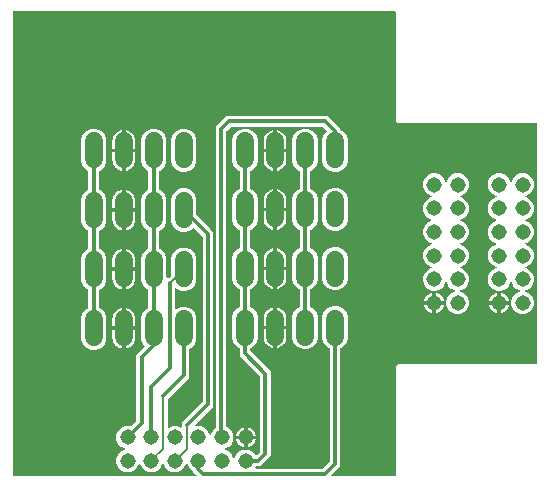
<source format=gbr>
G04 EAGLE Gerber RS-274X export*
G75*
%MOMM*%
%FSLAX34Y34*%
%LPD*%
%INTop Copper*%
%IPPOS*%
%AMOC8*
5,1,8,0,0,1.08239X$1,22.5*%
G01*
%ADD10C,1.310009*%
%ADD11C,1.524000*%
%ADD12C,0.304800*%
%ADD13C,0.152400*%

G36*
X157717Y3060D02*
X157717Y3060D01*
X157789Y3062D01*
X157838Y3080D01*
X157889Y3088D01*
X157953Y3122D01*
X158020Y3147D01*
X158061Y3179D01*
X158107Y3204D01*
X158156Y3256D01*
X158212Y3300D01*
X158240Y3344D01*
X158276Y3382D01*
X158306Y3447D01*
X158345Y3507D01*
X158358Y3558D01*
X158380Y3605D01*
X158388Y3676D01*
X158405Y3746D01*
X158401Y3798D01*
X158407Y3849D01*
X158392Y3920D01*
X158386Y3991D01*
X158366Y4039D01*
X158355Y4090D01*
X158318Y4151D01*
X158290Y4217D01*
X158245Y4273D01*
X158228Y4301D01*
X158211Y4316D01*
X158185Y4348D01*
X155406Y7127D01*
X155391Y7227D01*
X155388Y7232D01*
X155387Y7239D01*
X155333Y7341D01*
X155280Y7446D01*
X155275Y7450D01*
X155272Y7456D01*
X155188Y7536D01*
X155104Y7618D01*
X155098Y7622D01*
X155094Y7625D01*
X155077Y7633D01*
X154957Y7699D01*
X154563Y7863D01*
X151863Y10563D01*
X150703Y13361D01*
X150666Y13422D01*
X150636Y13488D01*
X150601Y13526D01*
X150574Y13570D01*
X150519Y13616D01*
X150470Y13669D01*
X150424Y13694D01*
X150384Y13727D01*
X150317Y13753D01*
X150254Y13787D01*
X150203Y13797D01*
X150155Y13815D01*
X150083Y13818D01*
X150012Y13831D01*
X149961Y13824D01*
X149909Y13826D01*
X149840Y13806D01*
X149769Y13795D01*
X149723Y13772D01*
X149673Y13757D01*
X149614Y13716D01*
X149550Y13684D01*
X149513Y13647D01*
X149471Y13617D01*
X149428Y13559D01*
X149378Y13508D01*
X149343Y13445D01*
X149324Y13420D01*
X149317Y13397D01*
X149297Y13361D01*
X148137Y10563D01*
X145437Y7863D01*
X141909Y6401D01*
X138091Y6401D01*
X134563Y7863D01*
X131863Y10563D01*
X130703Y13361D01*
X130666Y13422D01*
X130636Y13488D01*
X130601Y13526D01*
X130574Y13570D01*
X130518Y13616D01*
X130470Y13669D01*
X130424Y13694D01*
X130384Y13727D01*
X130317Y13753D01*
X130255Y13787D01*
X130203Y13797D01*
X130155Y13815D01*
X130083Y13818D01*
X130012Y13831D01*
X129961Y13824D01*
X129909Y13826D01*
X129840Y13806D01*
X129769Y13795D01*
X129723Y13772D01*
X129673Y13757D01*
X129614Y13716D01*
X129550Y13684D01*
X129513Y13647D01*
X129471Y13617D01*
X129428Y13559D01*
X129378Y13508D01*
X129343Y13445D01*
X129324Y13420D01*
X129317Y13397D01*
X129297Y13361D01*
X128138Y10563D01*
X125437Y7863D01*
X121909Y6401D01*
X118091Y6401D01*
X114563Y7863D01*
X111863Y10563D01*
X110703Y13361D01*
X110666Y13422D01*
X110636Y13488D01*
X110601Y13526D01*
X110574Y13570D01*
X110519Y13616D01*
X110470Y13669D01*
X110424Y13694D01*
X110384Y13727D01*
X110317Y13753D01*
X110255Y13788D01*
X110203Y13797D01*
X110155Y13815D01*
X110083Y13818D01*
X110013Y13831D01*
X109961Y13824D01*
X109909Y13826D01*
X109840Y13806D01*
X109769Y13795D01*
X109723Y13772D01*
X109673Y13757D01*
X109614Y13716D01*
X109550Y13684D01*
X109513Y13647D01*
X109471Y13617D01*
X109428Y13560D01*
X109378Y13508D01*
X109343Y13446D01*
X109324Y13420D01*
X109317Y13397D01*
X109297Y13361D01*
X108138Y10563D01*
X105437Y7863D01*
X101909Y6401D01*
X98091Y6401D01*
X94563Y7863D01*
X91863Y10563D01*
X90401Y14091D01*
X90401Y17909D01*
X91863Y21437D01*
X94563Y24137D01*
X97361Y25297D01*
X97422Y25335D01*
X97488Y25364D01*
X97526Y25399D01*
X97570Y25426D01*
X97616Y25482D01*
X97669Y25530D01*
X97694Y25576D01*
X97727Y25616D01*
X97753Y25683D01*
X97788Y25746D01*
X97797Y25797D01*
X97815Y25845D01*
X97818Y25917D01*
X97831Y25988D01*
X97824Y26039D01*
X97826Y26091D01*
X97806Y26160D01*
X97795Y26231D01*
X97772Y26277D01*
X97757Y26327D01*
X97716Y26386D01*
X97684Y26450D01*
X97647Y26487D01*
X97617Y26529D01*
X97560Y26572D01*
X97508Y26622D01*
X97446Y26657D01*
X97420Y26676D01*
X97397Y26683D01*
X97361Y26703D01*
X94563Y27863D01*
X91863Y30563D01*
X90401Y34091D01*
X90401Y37909D01*
X91863Y41437D01*
X94563Y44137D01*
X98091Y45599D01*
X101909Y45599D01*
X102304Y45435D01*
X102417Y45409D01*
X102531Y45380D01*
X102537Y45381D01*
X102543Y45379D01*
X102660Y45390D01*
X102776Y45399D01*
X102782Y45402D01*
X102788Y45402D01*
X102896Y45450D01*
X103003Y45496D01*
X103008Y45500D01*
X103013Y45502D01*
X103027Y45515D01*
X103134Y45600D01*
X107204Y49671D01*
X107257Y49745D01*
X107317Y49814D01*
X107329Y49845D01*
X107348Y49871D01*
X107375Y49958D01*
X107409Y50043D01*
X107413Y50084D01*
X107420Y50106D01*
X107419Y50138D01*
X107427Y50209D01*
X107427Y105894D01*
X114224Y112691D01*
X114236Y112707D01*
X114252Y112720D01*
X114308Y112807D01*
X114368Y112891D01*
X114374Y112910D01*
X114385Y112927D01*
X114410Y113027D01*
X114440Y113126D01*
X114440Y113146D01*
X114445Y113165D01*
X114437Y113268D01*
X114434Y113372D01*
X114427Y113391D01*
X114425Y113410D01*
X114385Y113505D01*
X114349Y113603D01*
X114337Y113619D01*
X114329Y113637D01*
X114224Y113768D01*
X113155Y114837D01*
X111531Y118758D01*
X111531Y138242D01*
X113155Y142163D01*
X116157Y145165D01*
X117157Y145579D01*
X117257Y145641D01*
X117357Y145701D01*
X117361Y145705D01*
X117366Y145709D01*
X117441Y145799D01*
X117517Y145887D01*
X117519Y145893D01*
X117523Y145898D01*
X117565Y146007D01*
X117609Y146116D01*
X117610Y146123D01*
X117611Y146128D01*
X117612Y146146D01*
X117627Y146282D01*
X117627Y160718D01*
X117609Y160832D01*
X117591Y160949D01*
X117589Y160954D01*
X117588Y160960D01*
X117533Y161063D01*
X117480Y161168D01*
X117475Y161172D01*
X117472Y161178D01*
X117388Y161258D01*
X117304Y161340D01*
X117298Y161344D01*
X117294Y161347D01*
X117277Y161355D01*
X117157Y161421D01*
X116157Y161835D01*
X113155Y164837D01*
X111531Y168758D01*
X111531Y188242D01*
X113155Y192163D01*
X116157Y195165D01*
X117157Y195579D01*
X117257Y195641D01*
X117357Y195701D01*
X117361Y195705D01*
X117366Y195709D01*
X117441Y195799D01*
X117517Y195887D01*
X117519Y195893D01*
X117523Y195898D01*
X117565Y196007D01*
X117609Y196116D01*
X117610Y196123D01*
X117611Y196128D01*
X117612Y196146D01*
X117627Y196282D01*
X117627Y210718D01*
X117609Y210832D01*
X117591Y210949D01*
X117589Y210954D01*
X117588Y210960D01*
X117533Y211063D01*
X117480Y211168D01*
X117475Y211172D01*
X117472Y211178D01*
X117388Y211258D01*
X117304Y211340D01*
X117298Y211344D01*
X117294Y211347D01*
X117277Y211355D01*
X117157Y211421D01*
X116157Y211835D01*
X113155Y214837D01*
X111531Y218758D01*
X111531Y238242D01*
X113155Y242163D01*
X116157Y245165D01*
X117157Y245579D01*
X117257Y245641D01*
X117357Y245701D01*
X117361Y245705D01*
X117366Y245709D01*
X117441Y245799D01*
X117517Y245887D01*
X117519Y245893D01*
X117523Y245898D01*
X117565Y246007D01*
X117609Y246116D01*
X117610Y246123D01*
X117611Y246128D01*
X117612Y246146D01*
X117627Y246282D01*
X117627Y261218D01*
X117608Y261332D01*
X117591Y261449D01*
X117589Y261454D01*
X117588Y261460D01*
X117533Y261563D01*
X117480Y261668D01*
X117475Y261672D01*
X117472Y261678D01*
X117388Y261758D01*
X117304Y261840D01*
X117298Y261844D01*
X117294Y261847D01*
X117277Y261855D01*
X117157Y261921D01*
X116157Y262335D01*
X113155Y265337D01*
X111531Y269258D01*
X111531Y288742D01*
X113155Y292663D01*
X116157Y295665D01*
X120078Y297289D01*
X124322Y297289D01*
X128243Y295665D01*
X131245Y292663D01*
X132869Y288742D01*
X132869Y269258D01*
X131245Y265337D01*
X128243Y262335D01*
X127243Y261921D01*
X127143Y261859D01*
X127043Y261799D01*
X127039Y261795D01*
X127034Y261791D01*
X126959Y261701D01*
X126883Y261613D01*
X126881Y261607D01*
X126877Y261602D01*
X126835Y261493D01*
X126791Y261384D01*
X126790Y261377D01*
X126789Y261372D01*
X126788Y261354D01*
X126773Y261218D01*
X126773Y246282D01*
X126792Y246166D01*
X126809Y246051D01*
X126811Y246046D01*
X126812Y246040D01*
X126867Y245937D01*
X126920Y245832D01*
X126925Y245828D01*
X126928Y245822D01*
X127012Y245742D01*
X127096Y245660D01*
X127102Y245656D01*
X127106Y245653D01*
X127123Y245645D01*
X127243Y245579D01*
X128243Y245165D01*
X131245Y242163D01*
X132869Y238242D01*
X132869Y218758D01*
X131245Y214837D01*
X128243Y211835D01*
X127243Y211421D01*
X127143Y211359D01*
X127043Y211299D01*
X127039Y211295D01*
X127034Y211291D01*
X126959Y211201D01*
X126883Y211113D01*
X126881Y211107D01*
X126877Y211102D01*
X126835Y210993D01*
X126791Y210884D01*
X126790Y210877D01*
X126789Y210872D01*
X126788Y210854D01*
X126773Y210718D01*
X126773Y196282D01*
X126792Y196166D01*
X126809Y196051D01*
X126811Y196046D01*
X126812Y196040D01*
X126867Y195937D01*
X126920Y195832D01*
X126925Y195828D01*
X126928Y195822D01*
X127012Y195742D01*
X127096Y195660D01*
X127102Y195656D01*
X127106Y195653D01*
X127123Y195645D01*
X127243Y195579D01*
X128243Y195165D01*
X131245Y192163D01*
X132869Y188242D01*
X132869Y171734D01*
X132872Y171714D01*
X132870Y171695D01*
X132892Y171593D01*
X132908Y171491D01*
X132918Y171474D01*
X132922Y171454D01*
X132975Y171365D01*
X133024Y171274D01*
X133038Y171260D01*
X133048Y171243D01*
X133127Y171176D01*
X133202Y171104D01*
X133220Y171096D01*
X133235Y171083D01*
X133331Y171044D01*
X133425Y171001D01*
X133445Y170999D01*
X133463Y170991D01*
X133630Y170973D01*
X134368Y170973D01*
X134458Y170987D01*
X134549Y170995D01*
X134579Y171007D01*
X134611Y171012D01*
X134692Y171055D01*
X134776Y171091D01*
X134808Y171117D01*
X134828Y171128D01*
X134851Y171151D01*
X134906Y171196D01*
X136708Y172998D01*
X136761Y173071D01*
X136821Y173141D01*
X136833Y173171D01*
X136852Y173197D01*
X136879Y173284D01*
X136913Y173369D01*
X136917Y173410D01*
X136924Y173432D01*
X136923Y173465D01*
X136931Y173536D01*
X136931Y188242D01*
X138555Y192163D01*
X141557Y195165D01*
X145478Y196789D01*
X149722Y196789D01*
X153643Y195165D01*
X156645Y192163D01*
X158269Y188242D01*
X158269Y168758D01*
X156645Y164837D01*
X153643Y161835D01*
X149722Y160211D01*
X145478Y160211D01*
X141557Y161835D01*
X141372Y162020D01*
X141314Y162062D01*
X141262Y162111D01*
X141215Y162133D01*
X141173Y162163D01*
X141104Y162185D01*
X141039Y162215D01*
X140987Y162220D01*
X140937Y162236D01*
X140866Y162234D01*
X140795Y162242D01*
X140744Y162231D01*
X140692Y162229D01*
X140624Y162205D01*
X140554Y162190D01*
X140509Y162163D01*
X140461Y162145D01*
X140405Y162100D01*
X140343Y162063D01*
X140309Y162024D01*
X140269Y161991D01*
X140230Y161931D01*
X140183Y161876D01*
X140164Y161828D01*
X140136Y161784D01*
X140118Y161715D01*
X140091Y161648D01*
X140083Y161577D01*
X140075Y161546D01*
X140077Y161523D01*
X140073Y161482D01*
X140073Y145518D01*
X140084Y145448D01*
X140086Y145376D01*
X140104Y145327D01*
X140112Y145276D01*
X140146Y145212D01*
X140171Y145145D01*
X140203Y145104D01*
X140228Y145058D01*
X140279Y145009D01*
X140324Y144953D01*
X140368Y144925D01*
X140406Y144889D01*
X140471Y144859D01*
X140531Y144820D01*
X140582Y144807D01*
X140629Y144785D01*
X140700Y144777D01*
X140770Y144760D01*
X140822Y144764D01*
X140873Y144758D01*
X140944Y144773D01*
X141015Y144779D01*
X141063Y144799D01*
X141114Y144810D01*
X141175Y144847D01*
X141241Y144875D01*
X141297Y144920D01*
X141325Y144937D01*
X141340Y144954D01*
X141372Y144980D01*
X141557Y145165D01*
X145478Y146789D01*
X149722Y146789D01*
X153643Y145165D01*
X156645Y142163D01*
X158269Y138242D01*
X158269Y118758D01*
X156645Y114837D01*
X153643Y111835D01*
X152643Y111421D01*
X152543Y111359D01*
X152443Y111299D01*
X152439Y111295D01*
X152434Y111291D01*
X152359Y111201D01*
X152283Y111113D01*
X152281Y111107D01*
X152277Y111102D01*
X152235Y110993D01*
X152191Y110884D01*
X152190Y110877D01*
X152189Y110872D01*
X152188Y110854D01*
X152173Y110718D01*
X152173Y86706D01*
X149271Y83804D01*
X134034Y68567D01*
X133981Y68493D01*
X133921Y68423D01*
X133909Y68393D01*
X133890Y68367D01*
X133863Y68280D01*
X133829Y68195D01*
X133825Y68154D01*
X133818Y68132D01*
X133819Y68100D01*
X133811Y68029D01*
X133811Y44965D01*
X133818Y44920D01*
X133816Y44874D01*
X133838Y44799D01*
X133850Y44722D01*
X133872Y44682D01*
X133885Y44638D01*
X133929Y44574D01*
X133966Y44505D01*
X133999Y44473D01*
X134025Y44436D01*
X134087Y44389D01*
X134144Y44336D01*
X134186Y44316D01*
X134222Y44289D01*
X134296Y44265D01*
X134367Y44232D01*
X134413Y44227D01*
X134456Y44213D01*
X134534Y44214D01*
X134611Y44205D01*
X134656Y44215D01*
X134702Y44215D01*
X134834Y44253D01*
X134852Y44257D01*
X134856Y44260D01*
X134863Y44262D01*
X138091Y45599D01*
X141909Y45599D01*
X144875Y44370D01*
X144919Y44360D01*
X144961Y44341D01*
X145038Y44332D01*
X145114Y44314D01*
X145160Y44319D01*
X145205Y44314D01*
X145282Y44330D01*
X145359Y44337D01*
X145401Y44356D01*
X145446Y44366D01*
X145513Y44406D01*
X145584Y44437D01*
X145618Y44468D01*
X145657Y44492D01*
X145708Y44551D01*
X145765Y44604D01*
X145787Y44644D01*
X145817Y44679D01*
X145846Y44751D01*
X145883Y44819D01*
X145892Y44864D01*
X145909Y44907D01*
X145924Y45043D01*
X145927Y45061D01*
X145926Y45066D01*
X145927Y45074D01*
X145927Y48394D01*
X163204Y65671D01*
X163257Y65745D01*
X163317Y65815D01*
X163329Y65845D01*
X163348Y65871D01*
X163375Y65958D01*
X163409Y66043D01*
X163413Y66084D01*
X163420Y66106D01*
X163419Y66138D01*
X163427Y66209D01*
X163427Y205891D01*
X163413Y205981D01*
X163405Y206072D01*
X163393Y206101D01*
X163388Y206133D01*
X163345Y206214D01*
X163309Y206298D01*
X163283Y206330D01*
X163272Y206351D01*
X163249Y206373D01*
X163204Y206429D01*
X156259Y213374D01*
X156243Y213386D01*
X156230Y213402D01*
X156143Y213458D01*
X156059Y213518D01*
X156040Y213524D01*
X156023Y213535D01*
X155923Y213560D01*
X155824Y213590D01*
X155804Y213590D01*
X155785Y213595D01*
X155682Y213587D01*
X155578Y213584D01*
X155559Y213577D01*
X155540Y213575D01*
X155445Y213535D01*
X155347Y213499D01*
X155331Y213487D01*
X155313Y213479D01*
X155182Y213374D01*
X153643Y211835D01*
X149722Y210211D01*
X145478Y210211D01*
X141557Y211835D01*
X138555Y214837D01*
X136931Y218758D01*
X136931Y238242D01*
X138555Y242163D01*
X141557Y245165D01*
X145478Y246789D01*
X149722Y246789D01*
X153643Y245165D01*
X156645Y242163D01*
X158269Y238242D01*
X158269Y224613D01*
X158283Y224523D01*
X158291Y224432D01*
X158303Y224403D01*
X158308Y224371D01*
X158351Y224290D01*
X158387Y224206D01*
X158413Y224174D01*
X158424Y224153D01*
X158447Y224131D01*
X158492Y224075D01*
X169671Y212896D01*
X172573Y209994D01*
X172573Y62106D01*
X169671Y59204D01*
X157340Y46873D01*
X157283Y46794D01*
X157221Y46719D01*
X157211Y46694D01*
X157196Y46673D01*
X157168Y46580D01*
X157133Y46489D01*
X157132Y46463D01*
X157124Y46438D01*
X157126Y46341D01*
X157122Y46243D01*
X157130Y46218D01*
X157130Y46192D01*
X157164Y46101D01*
X157191Y46007D01*
X157206Y45986D01*
X157215Y45961D01*
X157276Y45885D01*
X157331Y45805D01*
X157352Y45790D01*
X157368Y45769D01*
X157450Y45717D01*
X157529Y45658D01*
X157553Y45650D01*
X157575Y45636D01*
X157670Y45612D01*
X157762Y45582D01*
X157788Y45583D01*
X157814Y45576D01*
X157911Y45584D01*
X158008Y45585D01*
X158040Y45594D01*
X158059Y45595D01*
X158067Y45599D01*
X161909Y45599D01*
X165437Y44137D01*
X168137Y41437D01*
X169297Y38639D01*
X169334Y38578D01*
X169364Y38512D01*
X169399Y38474D01*
X169426Y38430D01*
X169482Y38384D01*
X169530Y38331D01*
X169576Y38306D01*
X169616Y38273D01*
X169683Y38247D01*
X169745Y38213D01*
X169797Y38203D01*
X169845Y38185D01*
X169917Y38182D01*
X169988Y38169D01*
X170039Y38176D01*
X170091Y38174D01*
X170160Y38194D01*
X170231Y38205D01*
X170277Y38228D01*
X170327Y38243D01*
X170386Y38284D01*
X170450Y38316D01*
X170487Y38353D01*
X170529Y38383D01*
X170572Y38441D01*
X170622Y38492D01*
X170657Y38555D01*
X170676Y38580D01*
X170683Y38603D01*
X170703Y38639D01*
X171862Y41437D01*
X174204Y43779D01*
X174257Y43853D01*
X174317Y43923D01*
X174329Y43953D01*
X174348Y43979D01*
X174375Y44066D01*
X174409Y44151D01*
X174413Y44192D01*
X174420Y44214D01*
X174419Y44246D01*
X174427Y44317D01*
X174427Y298894D01*
X183606Y308073D01*
X269394Y308073D01*
X280173Y297294D01*
X280173Y296782D01*
X280192Y296666D01*
X280209Y296551D01*
X280211Y296546D01*
X280212Y296540D01*
X280267Y296437D01*
X280320Y296332D01*
X280325Y296328D01*
X280328Y296322D01*
X280412Y296242D01*
X280496Y296160D01*
X280502Y296156D01*
X280506Y296153D01*
X280523Y296145D01*
X280643Y296079D01*
X281643Y295665D01*
X284645Y292663D01*
X286269Y288742D01*
X286269Y269258D01*
X284645Y265337D01*
X281643Y262335D01*
X277722Y260711D01*
X273478Y260711D01*
X269557Y262335D01*
X266555Y265337D01*
X264931Y269258D01*
X264931Y288742D01*
X266555Y292663D01*
X268674Y294782D01*
X268686Y294798D01*
X268702Y294811D01*
X268758Y294898D01*
X268818Y294982D01*
X268824Y295001D01*
X268835Y295018D01*
X268860Y295118D01*
X268890Y295217D01*
X268890Y295237D01*
X268895Y295256D01*
X268887Y295359D01*
X268884Y295463D01*
X268877Y295482D01*
X268875Y295502D01*
X268835Y295596D01*
X268799Y295694D01*
X268787Y295710D01*
X268779Y295728D01*
X268674Y295859D01*
X265829Y298704D01*
X265755Y298757D01*
X265685Y298817D01*
X265655Y298829D01*
X265629Y298848D01*
X265542Y298875D01*
X265457Y298909D01*
X265416Y298913D01*
X265394Y298920D01*
X265362Y298919D01*
X265291Y298927D01*
X187709Y298927D01*
X187619Y298913D01*
X187528Y298905D01*
X187499Y298893D01*
X187467Y298888D01*
X187386Y298845D01*
X187302Y298809D01*
X187270Y298783D01*
X187249Y298772D01*
X187227Y298749D01*
X187171Y298704D01*
X183796Y295329D01*
X183743Y295255D01*
X183683Y295185D01*
X183671Y295155D01*
X183652Y295129D01*
X183625Y295042D01*
X183591Y294957D01*
X183587Y294916D01*
X183580Y294894D01*
X183581Y294862D01*
X183573Y294791D01*
X183573Y45418D01*
X183592Y45304D01*
X183609Y45187D01*
X183611Y45182D01*
X183612Y45176D01*
X183667Y45072D01*
X183720Y44968D01*
X183725Y44964D01*
X183728Y44958D01*
X183812Y44878D01*
X183896Y44796D01*
X183902Y44792D01*
X183906Y44789D01*
X183923Y44781D01*
X184043Y44715D01*
X185437Y44137D01*
X188137Y41437D01*
X189599Y37909D01*
X189599Y34091D01*
X188137Y30563D01*
X185437Y27863D01*
X182639Y26703D01*
X182578Y26666D01*
X182512Y26636D01*
X182474Y26601D01*
X182430Y26574D01*
X182384Y26519D01*
X182331Y26470D01*
X182306Y26424D01*
X182273Y26384D01*
X182247Y26317D01*
X182212Y26254D01*
X182203Y26203D01*
X182185Y26155D01*
X182182Y26083D01*
X182169Y26012D01*
X182176Y25961D01*
X182174Y25909D01*
X182194Y25840D01*
X182205Y25769D01*
X182228Y25723D01*
X182243Y25673D01*
X182284Y25614D01*
X182316Y25550D01*
X182353Y25513D01*
X182383Y25471D01*
X182440Y25428D01*
X182492Y25378D01*
X182554Y25343D01*
X182580Y25324D01*
X182603Y25317D01*
X182639Y25297D01*
X185437Y24137D01*
X188137Y21437D01*
X189297Y18639D01*
X189334Y18578D01*
X189364Y18512D01*
X189399Y18474D01*
X189426Y18430D01*
X189481Y18384D01*
X189530Y18331D01*
X189576Y18306D01*
X189616Y18273D01*
X189683Y18247D01*
X189745Y18213D01*
X189797Y18203D01*
X189845Y18185D01*
X189917Y18182D01*
X189988Y18169D01*
X190039Y18176D01*
X190091Y18174D01*
X190160Y18194D01*
X190231Y18205D01*
X190277Y18228D01*
X190327Y18243D01*
X190386Y18284D01*
X190450Y18316D01*
X190487Y18353D01*
X190529Y18383D01*
X190572Y18441D01*
X190622Y18492D01*
X190657Y18555D01*
X190676Y18580D01*
X190683Y18603D01*
X190703Y18639D01*
X191862Y21437D01*
X194563Y24137D01*
X198091Y25599D01*
X201909Y25599D01*
X205437Y24137D01*
X208197Y21378D01*
X208221Y21338D01*
X208257Y21309D01*
X208285Y21273D01*
X208351Y21231D01*
X208411Y21182D01*
X208454Y21165D01*
X208492Y21140D01*
X208568Y21121D01*
X208640Y21093D01*
X208686Y21091D01*
X208731Y21080D01*
X208808Y21086D01*
X208886Y21083D01*
X208930Y21096D01*
X208976Y21099D01*
X209048Y21130D01*
X209122Y21151D01*
X209160Y21177D01*
X209202Y21196D01*
X209309Y21281D01*
X209324Y21291D01*
X209327Y21296D01*
X209333Y21300D01*
X211704Y23671D01*
X211757Y23745D01*
X211817Y23815D01*
X211829Y23845D01*
X211848Y23871D01*
X211875Y23958D01*
X211909Y24043D01*
X211913Y24084D01*
X211920Y24106D01*
X211919Y24138D01*
X211927Y24210D01*
X211927Y87791D01*
X211913Y87881D01*
X211905Y87972D01*
X211893Y88001D01*
X211888Y88033D01*
X211845Y88114D01*
X211809Y88198D01*
X211783Y88230D01*
X211772Y88251D01*
X211749Y88273D01*
X211704Y88329D01*
X194827Y105206D01*
X194827Y111218D01*
X194808Y111332D01*
X194791Y111449D01*
X194789Y111454D01*
X194788Y111460D01*
X194733Y111563D01*
X194680Y111668D01*
X194675Y111672D01*
X194672Y111678D01*
X194588Y111758D01*
X194504Y111840D01*
X194498Y111844D01*
X194494Y111847D01*
X194477Y111855D01*
X194357Y111921D01*
X193357Y112335D01*
X190355Y115337D01*
X188731Y119258D01*
X188731Y138742D01*
X190355Y142663D01*
X193357Y145665D01*
X194357Y146079D01*
X194457Y146141D01*
X194557Y146201D01*
X194561Y146205D01*
X194566Y146209D01*
X194641Y146299D01*
X194717Y146387D01*
X194719Y146393D01*
X194723Y146398D01*
X194765Y146507D01*
X194809Y146616D01*
X194810Y146623D01*
X194811Y146628D01*
X194812Y146646D01*
X194827Y146782D01*
X194827Y161218D01*
X194808Y161332D01*
X194791Y161449D01*
X194789Y161454D01*
X194788Y161460D01*
X194733Y161563D01*
X194680Y161668D01*
X194675Y161672D01*
X194672Y161678D01*
X194588Y161758D01*
X194504Y161840D01*
X194498Y161844D01*
X194494Y161847D01*
X194477Y161855D01*
X194357Y161921D01*
X193357Y162335D01*
X190355Y165337D01*
X188731Y169258D01*
X188731Y188742D01*
X190355Y192663D01*
X193357Y195665D01*
X194357Y196079D01*
X194457Y196141D01*
X194557Y196201D01*
X194561Y196205D01*
X194566Y196209D01*
X194641Y196299D01*
X194717Y196387D01*
X194719Y196393D01*
X194723Y196398D01*
X194765Y196507D01*
X194809Y196616D01*
X194810Y196623D01*
X194811Y196628D01*
X194812Y196646D01*
X194827Y196782D01*
X194827Y211218D01*
X194808Y211332D01*
X194791Y211449D01*
X194789Y211454D01*
X194788Y211460D01*
X194733Y211563D01*
X194680Y211668D01*
X194675Y211672D01*
X194672Y211678D01*
X194588Y211758D01*
X194504Y211840D01*
X194498Y211844D01*
X194494Y211847D01*
X194477Y211855D01*
X194357Y211921D01*
X193357Y212335D01*
X190355Y215337D01*
X188731Y219258D01*
X188731Y238742D01*
X190355Y242663D01*
X193357Y245665D01*
X194357Y246079D01*
X194457Y246141D01*
X194557Y246201D01*
X194561Y246205D01*
X194566Y246209D01*
X194641Y246299D01*
X194717Y246387D01*
X194719Y246393D01*
X194723Y246398D01*
X194765Y246507D01*
X194809Y246616D01*
X194810Y246623D01*
X194811Y246628D01*
X194812Y246646D01*
X194827Y246782D01*
X194827Y261218D01*
X194808Y261332D01*
X194791Y261449D01*
X194789Y261454D01*
X194788Y261460D01*
X194733Y261563D01*
X194680Y261668D01*
X194675Y261672D01*
X194672Y261678D01*
X194588Y261758D01*
X194504Y261840D01*
X194498Y261844D01*
X194494Y261847D01*
X194477Y261855D01*
X194357Y261921D01*
X193357Y262335D01*
X190355Y265337D01*
X188731Y269258D01*
X188731Y288742D01*
X190355Y292663D01*
X193357Y295665D01*
X197278Y297289D01*
X201522Y297289D01*
X205443Y295665D01*
X208445Y292663D01*
X210069Y288742D01*
X210069Y269258D01*
X208445Y265337D01*
X205443Y262335D01*
X204443Y261921D01*
X204343Y261859D01*
X204243Y261799D01*
X204239Y261795D01*
X204234Y261791D01*
X204159Y261701D01*
X204083Y261613D01*
X204081Y261607D01*
X204077Y261602D01*
X204035Y261493D01*
X203991Y261384D01*
X203990Y261377D01*
X203989Y261372D01*
X203988Y261354D01*
X203973Y261218D01*
X203973Y246782D01*
X203992Y246666D01*
X204009Y246551D01*
X204011Y246546D01*
X204012Y246540D01*
X204067Y246437D01*
X204120Y246332D01*
X204125Y246328D01*
X204128Y246322D01*
X204212Y246242D01*
X204296Y246160D01*
X204302Y246156D01*
X204306Y246153D01*
X204323Y246145D01*
X204443Y246079D01*
X205443Y245665D01*
X208445Y242663D01*
X210069Y238742D01*
X210069Y219258D01*
X208445Y215337D01*
X205443Y212335D01*
X204443Y211921D01*
X204343Y211859D01*
X204243Y211799D01*
X204239Y211795D01*
X204234Y211791D01*
X204159Y211701D01*
X204083Y211613D01*
X204081Y211607D01*
X204077Y211602D01*
X204035Y211493D01*
X203991Y211384D01*
X203990Y211377D01*
X203989Y211372D01*
X203988Y211354D01*
X203973Y211218D01*
X203973Y196782D01*
X203992Y196666D01*
X204009Y196551D01*
X204011Y196546D01*
X204012Y196540D01*
X204067Y196437D01*
X204120Y196332D01*
X204125Y196328D01*
X204128Y196322D01*
X204212Y196242D01*
X204296Y196160D01*
X204302Y196156D01*
X204306Y196153D01*
X204323Y196145D01*
X204443Y196079D01*
X205443Y195665D01*
X208445Y192663D01*
X210069Y188742D01*
X210069Y169258D01*
X208445Y165337D01*
X205443Y162335D01*
X204443Y161921D01*
X204343Y161859D01*
X204243Y161799D01*
X204239Y161795D01*
X204234Y161791D01*
X204159Y161701D01*
X204083Y161613D01*
X204081Y161607D01*
X204077Y161602D01*
X204035Y161493D01*
X203991Y161384D01*
X203990Y161377D01*
X203989Y161372D01*
X203988Y161354D01*
X203973Y161218D01*
X203973Y146782D01*
X203992Y146666D01*
X204009Y146551D01*
X204011Y146546D01*
X204012Y146540D01*
X204067Y146437D01*
X204120Y146332D01*
X204125Y146328D01*
X204128Y146322D01*
X204212Y146242D01*
X204296Y146160D01*
X204302Y146156D01*
X204306Y146153D01*
X204323Y146145D01*
X204443Y146079D01*
X205443Y145665D01*
X208445Y142663D01*
X210069Y138742D01*
X210069Y119258D01*
X208445Y115337D01*
X205443Y112335D01*
X204443Y111921D01*
X204343Y111859D01*
X204243Y111799D01*
X204239Y111795D01*
X204234Y111791D01*
X204159Y111701D01*
X204083Y111613D01*
X204081Y111607D01*
X204077Y111602D01*
X204035Y111493D01*
X203991Y111384D01*
X203990Y111377D01*
X203989Y111372D01*
X203988Y111354D01*
X203973Y111218D01*
X203973Y109309D01*
X203987Y109219D01*
X203995Y109128D01*
X204007Y109099D01*
X204012Y109067D01*
X204055Y108986D01*
X204091Y108902D01*
X204117Y108870D01*
X204128Y108849D01*
X204151Y108827D01*
X204196Y108771D01*
X221073Y91894D01*
X221073Y20106D01*
X212394Y11427D01*
X209004Y11427D01*
X208889Y11408D01*
X208773Y11391D01*
X208768Y11389D01*
X208761Y11388D01*
X208658Y11333D01*
X208554Y11280D01*
X208550Y11275D01*
X208544Y11272D01*
X208464Y11188D01*
X208382Y11104D01*
X208378Y11098D01*
X208375Y11094D01*
X208367Y11077D01*
X208301Y10957D01*
X208163Y10625D01*
X208153Y10581D01*
X208133Y10539D01*
X208125Y10462D01*
X208107Y10386D01*
X208111Y10340D01*
X208106Y10295D01*
X208123Y10218D01*
X208130Y10141D01*
X208149Y10099D01*
X208159Y10054D01*
X208199Y9987D01*
X208230Y9916D01*
X208261Y9882D01*
X208285Y9843D01*
X208344Y9792D01*
X208397Y9735D01*
X208437Y9713D01*
X208472Y9683D01*
X208544Y9654D01*
X208612Y9617D01*
X208657Y9608D01*
X208700Y9591D01*
X208836Y9576D01*
X208854Y9573D01*
X208859Y9574D01*
X208867Y9573D01*
X264791Y9573D01*
X264881Y9587D01*
X264972Y9595D01*
X265001Y9607D01*
X265033Y9612D01*
X265114Y9655D01*
X265198Y9691D01*
X265230Y9717D01*
X265251Y9728D01*
X265273Y9751D01*
X265329Y9796D01*
X270804Y15271D01*
X270857Y15345D01*
X270917Y15415D01*
X270929Y15445D01*
X270948Y15471D01*
X270975Y15558D01*
X271009Y15643D01*
X271013Y15684D01*
X271020Y15706D01*
X271019Y15738D01*
X271027Y15809D01*
X271027Y111218D01*
X271008Y111332D01*
X270991Y111449D01*
X270989Y111454D01*
X270988Y111460D01*
X270933Y111563D01*
X270880Y111668D01*
X270875Y111672D01*
X270872Y111678D01*
X270788Y111758D01*
X270704Y111840D01*
X270698Y111844D01*
X270694Y111847D01*
X270677Y111855D01*
X270557Y111921D01*
X269557Y112335D01*
X266555Y115337D01*
X264931Y119258D01*
X264931Y138742D01*
X266555Y142663D01*
X269557Y145665D01*
X273478Y147289D01*
X277722Y147289D01*
X281643Y145665D01*
X284645Y142663D01*
X286269Y138742D01*
X286269Y119258D01*
X284645Y115337D01*
X281643Y112335D01*
X280643Y111921D01*
X280543Y111859D01*
X280443Y111799D01*
X280439Y111795D01*
X280434Y111791D01*
X280359Y111701D01*
X280283Y111613D01*
X280281Y111607D01*
X280277Y111602D01*
X280235Y111493D01*
X280191Y111384D01*
X280190Y111377D01*
X280189Y111372D01*
X280188Y111354D01*
X280173Y111218D01*
X280173Y11706D01*
X272815Y4348D01*
X272773Y4290D01*
X272724Y4238D01*
X272702Y4191D01*
X272672Y4149D01*
X272650Y4080D01*
X272620Y4015D01*
X272615Y3963D01*
X272599Y3913D01*
X272601Y3842D01*
X272593Y3771D01*
X272604Y3720D01*
X272606Y3668D01*
X272630Y3600D01*
X272645Y3530D01*
X272672Y3485D01*
X272690Y3437D01*
X272735Y3381D01*
X272772Y3319D01*
X272811Y3285D01*
X272844Y3245D01*
X272904Y3206D01*
X272958Y3159D01*
X273007Y3140D01*
X273051Y3112D01*
X273120Y3094D01*
X273187Y3067D01*
X273258Y3059D01*
X273289Y3051D01*
X273312Y3053D01*
X273353Y3049D01*
X326190Y3049D01*
X326210Y3052D01*
X326229Y3050D01*
X326331Y3072D01*
X326433Y3088D01*
X326450Y3098D01*
X326470Y3102D01*
X326559Y3155D01*
X326650Y3204D01*
X326664Y3218D01*
X326681Y3228D01*
X326748Y3307D01*
X326820Y3382D01*
X326828Y3400D01*
X326841Y3415D01*
X326880Y3511D01*
X326923Y3605D01*
X326925Y3625D01*
X326933Y3643D01*
X326951Y3810D01*
X326951Y96263D01*
X328737Y98049D01*
X446190Y98049D01*
X446210Y98052D01*
X446229Y98050D01*
X446331Y98072D01*
X446433Y98088D01*
X446450Y98098D01*
X446470Y98102D01*
X446559Y98155D01*
X446650Y98204D01*
X446664Y98218D01*
X446681Y98228D01*
X446748Y98307D01*
X446820Y98382D01*
X446828Y98400D01*
X446841Y98415D01*
X446880Y98511D01*
X446923Y98605D01*
X446925Y98625D01*
X446933Y98643D01*
X446951Y98810D01*
X446951Y301190D01*
X446948Y301210D01*
X446950Y301229D01*
X446928Y301331D01*
X446912Y301433D01*
X446902Y301450D01*
X446898Y301470D01*
X446845Y301559D01*
X446796Y301650D01*
X446782Y301664D01*
X446772Y301681D01*
X446693Y301748D01*
X446618Y301820D01*
X446600Y301828D01*
X446585Y301841D01*
X446489Y301880D01*
X446395Y301923D01*
X446375Y301925D01*
X446357Y301933D01*
X446190Y301951D01*
X328737Y301951D01*
X326951Y303737D01*
X326951Y396190D01*
X326948Y396210D01*
X326950Y396229D01*
X326928Y396331D01*
X326912Y396433D01*
X326902Y396450D01*
X326898Y396470D01*
X326845Y396559D01*
X326796Y396650D01*
X326782Y396664D01*
X326772Y396681D01*
X326693Y396748D01*
X326618Y396820D01*
X326600Y396828D01*
X326585Y396841D01*
X326489Y396880D01*
X326395Y396923D01*
X326375Y396925D01*
X326357Y396933D01*
X326190Y396951D01*
X3810Y396951D01*
X3790Y396948D01*
X3771Y396950D01*
X3669Y396928D01*
X3567Y396912D01*
X3550Y396902D01*
X3530Y396898D01*
X3441Y396845D01*
X3350Y396796D01*
X3336Y396782D01*
X3319Y396772D01*
X3252Y396693D01*
X3180Y396618D01*
X3172Y396600D01*
X3159Y396585D01*
X3120Y396489D01*
X3077Y396395D01*
X3075Y396375D01*
X3067Y396357D01*
X3049Y396190D01*
X3049Y3810D01*
X3052Y3790D01*
X3050Y3771D01*
X3072Y3669D01*
X3088Y3567D01*
X3098Y3550D01*
X3102Y3530D01*
X3155Y3441D01*
X3204Y3350D01*
X3218Y3336D01*
X3228Y3319D01*
X3307Y3252D01*
X3382Y3180D01*
X3400Y3172D01*
X3415Y3159D01*
X3511Y3120D01*
X3605Y3077D01*
X3625Y3075D01*
X3643Y3067D01*
X3810Y3049D01*
X157647Y3049D01*
X157717Y3060D01*
G37*
%LPC*%
G36*
X377591Y140401D02*
X377591Y140401D01*
X374063Y141863D01*
X371363Y144563D01*
X369901Y148091D01*
X369901Y151909D01*
X371363Y155437D01*
X374063Y158138D01*
X376861Y159297D01*
X376922Y159335D01*
X376988Y159364D01*
X377026Y159399D01*
X377070Y159426D01*
X377116Y159482D01*
X377169Y159530D01*
X377194Y159576D01*
X377227Y159616D01*
X377253Y159683D01*
X377287Y159746D01*
X377297Y159797D01*
X377315Y159846D01*
X377318Y159917D01*
X377331Y159988D01*
X377324Y160039D01*
X377326Y160091D01*
X377306Y160160D01*
X377295Y160231D01*
X377272Y160277D01*
X377257Y160327D01*
X377216Y160386D01*
X377184Y160450D01*
X377147Y160487D01*
X377117Y160530D01*
X377059Y160572D01*
X377008Y160623D01*
X376945Y160657D01*
X376920Y160676D01*
X376897Y160684D01*
X376861Y160703D01*
X374063Y161863D01*
X371363Y164563D01*
X370203Y167361D01*
X370165Y167422D01*
X370136Y167488D01*
X370101Y167526D01*
X370074Y167570D01*
X370018Y167616D01*
X369970Y167669D01*
X369924Y167694D01*
X369884Y167727D01*
X369817Y167753D01*
X369754Y167788D01*
X369703Y167797D01*
X369655Y167815D01*
X369583Y167818D01*
X369512Y167831D01*
X369461Y167824D01*
X369409Y167826D01*
X369340Y167806D01*
X369269Y167795D01*
X369223Y167772D01*
X369173Y167757D01*
X369114Y167716D01*
X369050Y167684D01*
X369013Y167647D01*
X368971Y167617D01*
X368928Y167560D01*
X368878Y167508D01*
X368843Y167446D01*
X368824Y167420D01*
X368817Y167397D01*
X368797Y167361D01*
X367637Y164563D01*
X364937Y161863D01*
X361409Y160401D01*
X357591Y160401D01*
X354063Y161863D01*
X351363Y164563D01*
X349901Y168091D01*
X349901Y171909D01*
X351363Y175437D01*
X354063Y178138D01*
X356861Y179297D01*
X356922Y179335D01*
X356988Y179364D01*
X357026Y179399D01*
X357070Y179426D01*
X357116Y179482D01*
X357169Y179530D01*
X357194Y179576D01*
X357227Y179616D01*
X357253Y179683D01*
X357287Y179746D01*
X357297Y179797D01*
X357315Y179845D01*
X357318Y179917D01*
X357331Y179988D01*
X357324Y180039D01*
X357326Y180091D01*
X357306Y180160D01*
X357295Y180231D01*
X357272Y180277D01*
X357257Y180327D01*
X357216Y180386D01*
X357184Y180450D01*
X357147Y180487D01*
X357117Y180530D01*
X357059Y180572D01*
X357008Y180623D01*
X356945Y180657D01*
X356920Y180676D01*
X356897Y180684D01*
X356861Y180703D01*
X354063Y181863D01*
X351363Y184563D01*
X349901Y188091D01*
X349901Y191909D01*
X351363Y195437D01*
X354063Y198137D01*
X356861Y199297D01*
X356922Y199335D01*
X356988Y199364D01*
X357026Y199399D01*
X357070Y199426D01*
X357116Y199482D01*
X357169Y199530D01*
X357194Y199576D01*
X357227Y199616D01*
X357253Y199683D01*
X357287Y199746D01*
X357297Y199797D01*
X357315Y199845D01*
X357318Y199917D01*
X357331Y199988D01*
X357324Y200039D01*
X357326Y200091D01*
X357306Y200160D01*
X357295Y200231D01*
X357272Y200277D01*
X357257Y200327D01*
X357216Y200386D01*
X357184Y200450D01*
X357147Y200487D01*
X357117Y200529D01*
X357059Y200572D01*
X357008Y200622D01*
X356945Y200657D01*
X356920Y200676D01*
X356897Y200683D01*
X356861Y200703D01*
X354063Y201863D01*
X351363Y204563D01*
X349901Y208091D01*
X349901Y211909D01*
X351363Y215437D01*
X354063Y218137D01*
X356861Y219297D01*
X356922Y219334D01*
X356988Y219364D01*
X357026Y219399D01*
X357070Y219426D01*
X357116Y219482D01*
X357169Y219530D01*
X357194Y219576D01*
X357227Y219616D01*
X357253Y219683D01*
X357287Y219745D01*
X357297Y219797D01*
X357315Y219845D01*
X357318Y219917D01*
X357331Y219988D01*
X357324Y220039D01*
X357326Y220091D01*
X357306Y220160D01*
X357295Y220231D01*
X357272Y220277D01*
X357257Y220327D01*
X357216Y220386D01*
X357184Y220450D01*
X357147Y220487D01*
X357117Y220529D01*
X357059Y220572D01*
X357008Y220622D01*
X356962Y220648D01*
X356953Y220656D01*
X356940Y220661D01*
X356920Y220676D01*
X356897Y220683D01*
X356861Y220703D01*
X354063Y221862D01*
X351363Y224563D01*
X349901Y228091D01*
X349901Y231909D01*
X351363Y235437D01*
X354063Y238137D01*
X356861Y239297D01*
X356922Y239334D01*
X356988Y239364D01*
X357026Y239399D01*
X357070Y239426D01*
X357116Y239481D01*
X357169Y239530D01*
X357194Y239576D01*
X357227Y239616D01*
X357253Y239683D01*
X357288Y239745D01*
X357297Y239797D01*
X357315Y239845D01*
X357318Y239917D01*
X357331Y239988D01*
X357324Y240039D01*
X357326Y240091D01*
X357306Y240160D01*
X357295Y240231D01*
X357272Y240277D01*
X357257Y240327D01*
X357216Y240386D01*
X357184Y240450D01*
X357147Y240487D01*
X357117Y240529D01*
X357060Y240572D01*
X357008Y240622D01*
X356946Y240657D01*
X356920Y240676D01*
X356897Y240683D01*
X356861Y240703D01*
X354063Y241862D01*
X351363Y244563D01*
X349901Y248091D01*
X349901Y251909D01*
X351363Y255437D01*
X354063Y258137D01*
X357591Y259599D01*
X361409Y259599D01*
X364937Y258137D01*
X367637Y255437D01*
X368797Y252639D01*
X368835Y252578D01*
X368864Y252512D01*
X368899Y252474D01*
X368926Y252430D01*
X368982Y252384D01*
X369030Y252331D01*
X369076Y252306D01*
X369116Y252273D01*
X369183Y252247D01*
X369246Y252212D01*
X369297Y252203D01*
X369345Y252185D01*
X369417Y252182D01*
X369488Y252169D01*
X369539Y252176D01*
X369591Y252174D01*
X369660Y252194D01*
X369731Y252205D01*
X369777Y252228D01*
X369827Y252243D01*
X369886Y252284D01*
X369950Y252316D01*
X369987Y252353D01*
X370029Y252383D01*
X370072Y252440D01*
X370122Y252492D01*
X370157Y252554D01*
X370176Y252580D01*
X370183Y252603D01*
X370203Y252639D01*
X371363Y255437D01*
X374063Y258137D01*
X377591Y259599D01*
X381409Y259599D01*
X384937Y258137D01*
X387637Y255437D01*
X389099Y251909D01*
X389099Y248091D01*
X387637Y244563D01*
X384937Y241862D01*
X382139Y240703D01*
X382078Y240665D01*
X382012Y240636D01*
X381974Y240601D01*
X381930Y240574D01*
X381884Y240518D01*
X381831Y240470D01*
X381806Y240424D01*
X381773Y240384D01*
X381747Y240317D01*
X381712Y240254D01*
X381703Y240203D01*
X381685Y240155D01*
X381682Y240083D01*
X381669Y240012D01*
X381676Y239961D01*
X381674Y239909D01*
X381694Y239840D01*
X381705Y239769D01*
X381728Y239723D01*
X381743Y239673D01*
X381784Y239614D01*
X381816Y239550D01*
X381853Y239513D01*
X381883Y239470D01*
X381940Y239428D01*
X381992Y239377D01*
X382054Y239343D01*
X382080Y239324D01*
X382103Y239316D01*
X382139Y239297D01*
X384937Y238137D01*
X387637Y235437D01*
X389099Y231909D01*
X389099Y228091D01*
X387637Y224563D01*
X384937Y221862D01*
X382139Y220703D01*
X382078Y220665D01*
X382012Y220636D01*
X381989Y220615D01*
X381982Y220611D01*
X381970Y220599D01*
X381930Y220574D01*
X381884Y220518D01*
X381831Y220470D01*
X381806Y220424D01*
X381773Y220384D01*
X381747Y220317D01*
X381713Y220254D01*
X381703Y220203D01*
X381685Y220155D01*
X381682Y220083D01*
X381669Y220012D01*
X381676Y219961D01*
X381674Y219909D01*
X381694Y219840D01*
X381705Y219769D01*
X381728Y219723D01*
X381743Y219673D01*
X381784Y219614D01*
X381816Y219550D01*
X381853Y219513D01*
X381883Y219471D01*
X381941Y219428D01*
X381992Y219378D01*
X382055Y219343D01*
X382080Y219324D01*
X382103Y219316D01*
X382139Y219297D01*
X384937Y218137D01*
X387637Y215437D01*
X389099Y211909D01*
X389099Y208091D01*
X387637Y204563D01*
X384937Y201863D01*
X382139Y200703D01*
X382078Y200665D01*
X382012Y200636D01*
X381974Y200601D01*
X381930Y200574D01*
X381884Y200518D01*
X381831Y200470D01*
X381806Y200424D01*
X381773Y200384D01*
X381747Y200317D01*
X381713Y200254D01*
X381703Y200203D01*
X381685Y200155D01*
X381682Y200083D01*
X381669Y200012D01*
X381676Y199961D01*
X381674Y199909D01*
X381694Y199840D01*
X381705Y199769D01*
X381728Y199723D01*
X381743Y199673D01*
X381784Y199614D01*
X381816Y199550D01*
X381853Y199513D01*
X381883Y199471D01*
X381941Y199428D01*
X381992Y199378D01*
X382055Y199343D01*
X382080Y199324D01*
X382103Y199317D01*
X382139Y199297D01*
X384937Y198137D01*
X387637Y195437D01*
X389099Y191909D01*
X389099Y188091D01*
X387637Y184563D01*
X384937Y181863D01*
X382139Y180703D01*
X382078Y180666D01*
X382012Y180636D01*
X381974Y180601D01*
X381930Y180574D01*
X381884Y180519D01*
X381831Y180470D01*
X381806Y180424D01*
X381773Y180384D01*
X381747Y180317D01*
X381713Y180255D01*
X381703Y180203D01*
X381685Y180155D01*
X381682Y180083D01*
X381669Y180012D01*
X381676Y179961D01*
X381674Y179909D01*
X381694Y179840D01*
X381705Y179769D01*
X381728Y179723D01*
X381743Y179673D01*
X381784Y179614D01*
X381816Y179550D01*
X381853Y179513D01*
X381883Y179471D01*
X381941Y179428D01*
X381992Y179378D01*
X382055Y179343D01*
X382080Y179324D01*
X382103Y179317D01*
X382139Y179297D01*
X384937Y178138D01*
X387637Y175437D01*
X389099Y171909D01*
X389099Y168091D01*
X387637Y164563D01*
X384937Y161863D01*
X382139Y160703D01*
X382078Y160666D01*
X382012Y160636D01*
X381974Y160601D01*
X381930Y160574D01*
X381884Y160519D01*
X381831Y160470D01*
X381806Y160424D01*
X381773Y160384D01*
X381747Y160317D01*
X381712Y160255D01*
X381703Y160203D01*
X381685Y160155D01*
X381682Y160083D01*
X381669Y160013D01*
X381676Y159961D01*
X381674Y159909D01*
X381694Y159840D01*
X381705Y159769D01*
X381728Y159723D01*
X381743Y159673D01*
X381784Y159614D01*
X381816Y159550D01*
X381853Y159513D01*
X381883Y159471D01*
X381940Y159428D01*
X381992Y159378D01*
X382054Y159343D01*
X382080Y159324D01*
X382103Y159317D01*
X382139Y159297D01*
X384937Y158138D01*
X387637Y155437D01*
X389099Y151909D01*
X389099Y148091D01*
X387637Y144563D01*
X384937Y141863D01*
X381409Y140401D01*
X377591Y140401D01*
G37*
%LPD*%
%LPC*%
G36*
X432591Y140401D02*
X432591Y140401D01*
X429063Y141863D01*
X426363Y144563D01*
X424901Y148091D01*
X424901Y151909D01*
X426363Y155437D01*
X429063Y158138D01*
X431861Y159297D01*
X431922Y159335D01*
X431988Y159364D01*
X432026Y159399D01*
X432070Y159426D01*
X432116Y159482D01*
X432169Y159530D01*
X432194Y159576D01*
X432227Y159616D01*
X432253Y159683D01*
X432287Y159746D01*
X432297Y159797D01*
X432315Y159846D01*
X432318Y159917D01*
X432331Y159988D01*
X432324Y160039D01*
X432326Y160091D01*
X432306Y160160D01*
X432295Y160231D01*
X432272Y160277D01*
X432257Y160327D01*
X432216Y160386D01*
X432184Y160450D01*
X432147Y160487D01*
X432117Y160530D01*
X432059Y160572D01*
X432008Y160623D01*
X431945Y160657D01*
X431920Y160676D01*
X431897Y160684D01*
X431861Y160703D01*
X429063Y161863D01*
X426363Y164563D01*
X425203Y167361D01*
X425165Y167422D01*
X425136Y167488D01*
X425101Y167526D01*
X425074Y167570D01*
X425018Y167616D01*
X424970Y167669D01*
X424924Y167694D01*
X424884Y167727D01*
X424817Y167753D01*
X424754Y167788D01*
X424703Y167797D01*
X424655Y167815D01*
X424583Y167818D01*
X424512Y167831D01*
X424461Y167824D01*
X424409Y167826D01*
X424340Y167806D01*
X424269Y167795D01*
X424223Y167772D01*
X424173Y167757D01*
X424114Y167716D01*
X424050Y167684D01*
X424013Y167647D01*
X423971Y167617D01*
X423928Y167560D01*
X423878Y167508D01*
X423843Y167446D01*
X423824Y167420D01*
X423817Y167397D01*
X423797Y167361D01*
X422637Y164563D01*
X419937Y161863D01*
X416409Y160401D01*
X412591Y160401D01*
X409063Y161863D01*
X406363Y164563D01*
X404901Y168091D01*
X404901Y171909D01*
X406363Y175437D01*
X409063Y178138D01*
X411861Y179297D01*
X411922Y179335D01*
X411988Y179364D01*
X412026Y179399D01*
X412070Y179426D01*
X412116Y179482D01*
X412169Y179530D01*
X412194Y179576D01*
X412227Y179616D01*
X412253Y179683D01*
X412287Y179746D01*
X412297Y179797D01*
X412315Y179845D01*
X412318Y179917D01*
X412331Y179988D01*
X412324Y180039D01*
X412326Y180091D01*
X412306Y180160D01*
X412295Y180231D01*
X412272Y180277D01*
X412257Y180327D01*
X412216Y180386D01*
X412184Y180450D01*
X412147Y180487D01*
X412117Y180530D01*
X412059Y180572D01*
X412008Y180623D01*
X411945Y180657D01*
X411920Y180676D01*
X411897Y180684D01*
X411861Y180703D01*
X409063Y181863D01*
X406363Y184563D01*
X404901Y188091D01*
X404901Y191909D01*
X406363Y195437D01*
X409063Y198137D01*
X411861Y199297D01*
X411922Y199335D01*
X411988Y199364D01*
X412026Y199399D01*
X412070Y199426D01*
X412116Y199482D01*
X412169Y199530D01*
X412194Y199576D01*
X412227Y199616D01*
X412253Y199683D01*
X412287Y199746D01*
X412297Y199797D01*
X412315Y199845D01*
X412318Y199917D01*
X412331Y199988D01*
X412324Y200039D01*
X412326Y200091D01*
X412306Y200160D01*
X412295Y200231D01*
X412272Y200277D01*
X412257Y200327D01*
X412216Y200386D01*
X412184Y200450D01*
X412147Y200487D01*
X412117Y200529D01*
X412059Y200572D01*
X412008Y200622D01*
X411945Y200657D01*
X411920Y200676D01*
X411897Y200683D01*
X411861Y200703D01*
X409063Y201863D01*
X406363Y204563D01*
X404901Y208091D01*
X404901Y211909D01*
X406363Y215437D01*
X409063Y218137D01*
X411861Y219297D01*
X411922Y219334D01*
X411988Y219364D01*
X412026Y219399D01*
X412070Y219426D01*
X412116Y219482D01*
X412169Y219530D01*
X412194Y219576D01*
X412227Y219616D01*
X412253Y219683D01*
X412287Y219745D01*
X412297Y219797D01*
X412315Y219845D01*
X412318Y219917D01*
X412331Y219988D01*
X412324Y220039D01*
X412326Y220091D01*
X412306Y220160D01*
X412295Y220231D01*
X412272Y220277D01*
X412257Y220327D01*
X412216Y220386D01*
X412184Y220450D01*
X412147Y220487D01*
X412117Y220529D01*
X412059Y220572D01*
X412008Y220622D01*
X411962Y220648D01*
X411953Y220656D01*
X411940Y220661D01*
X411920Y220676D01*
X411897Y220683D01*
X411861Y220703D01*
X409063Y221862D01*
X406363Y224563D01*
X404901Y228091D01*
X404901Y231909D01*
X406363Y235437D01*
X409063Y238137D01*
X411861Y239297D01*
X411922Y239334D01*
X411988Y239364D01*
X412026Y239399D01*
X412070Y239426D01*
X412116Y239481D01*
X412169Y239530D01*
X412194Y239576D01*
X412227Y239616D01*
X412253Y239683D01*
X412288Y239745D01*
X412297Y239797D01*
X412315Y239845D01*
X412318Y239917D01*
X412331Y239988D01*
X412324Y240039D01*
X412326Y240091D01*
X412306Y240160D01*
X412295Y240231D01*
X412272Y240277D01*
X412257Y240327D01*
X412216Y240386D01*
X412184Y240450D01*
X412147Y240487D01*
X412117Y240529D01*
X412060Y240572D01*
X412008Y240622D01*
X411946Y240657D01*
X411920Y240676D01*
X411897Y240683D01*
X411861Y240703D01*
X409063Y241862D01*
X406363Y244563D01*
X404901Y248091D01*
X404901Y251909D01*
X406363Y255437D01*
X409063Y258137D01*
X412591Y259599D01*
X416409Y259599D01*
X419937Y258137D01*
X422637Y255437D01*
X423797Y252639D01*
X423835Y252578D01*
X423864Y252512D01*
X423899Y252474D01*
X423926Y252430D01*
X423982Y252384D01*
X424030Y252331D01*
X424076Y252306D01*
X424116Y252273D01*
X424183Y252247D01*
X424246Y252212D01*
X424297Y252203D01*
X424345Y252185D01*
X424417Y252182D01*
X424488Y252169D01*
X424539Y252176D01*
X424591Y252174D01*
X424660Y252194D01*
X424731Y252205D01*
X424777Y252228D01*
X424827Y252243D01*
X424886Y252284D01*
X424950Y252316D01*
X424987Y252353D01*
X425029Y252383D01*
X425072Y252440D01*
X425122Y252492D01*
X425157Y252554D01*
X425176Y252580D01*
X425183Y252603D01*
X425203Y252639D01*
X426363Y255437D01*
X429063Y258137D01*
X432591Y259599D01*
X436409Y259599D01*
X439937Y258137D01*
X442637Y255437D01*
X444099Y251909D01*
X444099Y248091D01*
X442637Y244563D01*
X439937Y241862D01*
X437139Y240703D01*
X437078Y240665D01*
X437012Y240636D01*
X436974Y240601D01*
X436930Y240574D01*
X436884Y240518D01*
X436831Y240470D01*
X436806Y240424D01*
X436773Y240384D01*
X436747Y240317D01*
X436712Y240254D01*
X436703Y240203D01*
X436685Y240155D01*
X436682Y240083D01*
X436669Y240012D01*
X436676Y239961D01*
X436674Y239909D01*
X436694Y239840D01*
X436705Y239769D01*
X436728Y239723D01*
X436743Y239673D01*
X436784Y239614D01*
X436816Y239550D01*
X436853Y239513D01*
X436883Y239470D01*
X436940Y239428D01*
X436992Y239377D01*
X437054Y239343D01*
X437080Y239324D01*
X437103Y239316D01*
X437139Y239297D01*
X439937Y238137D01*
X442637Y235437D01*
X444099Y231909D01*
X444099Y228091D01*
X442637Y224563D01*
X439937Y221862D01*
X437139Y220703D01*
X437078Y220665D01*
X437012Y220636D01*
X436989Y220615D01*
X436982Y220611D01*
X436970Y220599D01*
X436930Y220574D01*
X436884Y220518D01*
X436831Y220470D01*
X436806Y220424D01*
X436773Y220384D01*
X436747Y220317D01*
X436713Y220254D01*
X436703Y220203D01*
X436685Y220155D01*
X436682Y220083D01*
X436669Y220012D01*
X436676Y219961D01*
X436674Y219909D01*
X436694Y219840D01*
X436705Y219769D01*
X436728Y219723D01*
X436743Y219673D01*
X436784Y219614D01*
X436816Y219550D01*
X436853Y219513D01*
X436883Y219471D01*
X436941Y219428D01*
X436992Y219378D01*
X437055Y219343D01*
X437080Y219324D01*
X437103Y219316D01*
X437139Y219297D01*
X439937Y218137D01*
X442637Y215437D01*
X444099Y211909D01*
X444099Y208091D01*
X442637Y204563D01*
X439937Y201863D01*
X437139Y200703D01*
X437078Y200665D01*
X437012Y200636D01*
X436974Y200601D01*
X436930Y200574D01*
X436884Y200518D01*
X436831Y200470D01*
X436806Y200424D01*
X436773Y200384D01*
X436747Y200317D01*
X436713Y200254D01*
X436703Y200203D01*
X436685Y200155D01*
X436682Y200083D01*
X436669Y200012D01*
X436676Y199961D01*
X436674Y199909D01*
X436694Y199840D01*
X436705Y199769D01*
X436728Y199723D01*
X436743Y199673D01*
X436784Y199614D01*
X436816Y199550D01*
X436853Y199513D01*
X436883Y199471D01*
X436941Y199428D01*
X436992Y199378D01*
X437055Y199343D01*
X437080Y199324D01*
X437103Y199317D01*
X437139Y199297D01*
X439937Y198137D01*
X442637Y195437D01*
X444099Y191909D01*
X444099Y188091D01*
X442637Y184563D01*
X439937Y181863D01*
X437139Y180703D01*
X437078Y180666D01*
X437012Y180636D01*
X436974Y180601D01*
X436930Y180574D01*
X436884Y180519D01*
X436831Y180470D01*
X436806Y180424D01*
X436773Y180384D01*
X436747Y180317D01*
X436713Y180255D01*
X436703Y180203D01*
X436685Y180155D01*
X436682Y180083D01*
X436669Y180012D01*
X436676Y179961D01*
X436674Y179909D01*
X436694Y179840D01*
X436705Y179769D01*
X436728Y179723D01*
X436743Y179673D01*
X436784Y179614D01*
X436816Y179550D01*
X436853Y179513D01*
X436883Y179471D01*
X436941Y179428D01*
X436992Y179378D01*
X437055Y179343D01*
X437080Y179324D01*
X437103Y179317D01*
X437139Y179297D01*
X439937Y178138D01*
X442637Y175437D01*
X444099Y171909D01*
X444099Y168091D01*
X442637Y164563D01*
X439937Y161863D01*
X437139Y160703D01*
X437078Y160666D01*
X437012Y160636D01*
X436974Y160601D01*
X436930Y160574D01*
X436884Y160519D01*
X436831Y160470D01*
X436806Y160424D01*
X436773Y160384D01*
X436747Y160317D01*
X436712Y160255D01*
X436703Y160203D01*
X436685Y160155D01*
X436682Y160083D01*
X436669Y160013D01*
X436676Y159961D01*
X436674Y159909D01*
X436694Y159840D01*
X436705Y159769D01*
X436728Y159723D01*
X436743Y159673D01*
X436784Y159614D01*
X436816Y159550D01*
X436853Y159513D01*
X436883Y159471D01*
X436940Y159428D01*
X436992Y159378D01*
X437054Y159343D01*
X437080Y159324D01*
X437103Y159317D01*
X437139Y159297D01*
X439937Y158138D01*
X442637Y155437D01*
X444099Y151909D01*
X444099Y148091D01*
X442637Y144563D01*
X439937Y141863D01*
X436409Y140401D01*
X432591Y140401D01*
G37*
%LPD*%
%LPC*%
G36*
X69278Y110211D02*
X69278Y110211D01*
X65357Y111835D01*
X62355Y114837D01*
X60731Y118758D01*
X60731Y138242D01*
X62355Y142163D01*
X65357Y145165D01*
X66357Y145579D01*
X66457Y145641D01*
X66557Y145701D01*
X66561Y145705D01*
X66566Y145709D01*
X66641Y145799D01*
X66717Y145887D01*
X66719Y145893D01*
X66723Y145898D01*
X66765Y146007D01*
X66809Y146116D01*
X66810Y146123D01*
X66811Y146128D01*
X66812Y146146D01*
X66827Y146282D01*
X66827Y160718D01*
X66809Y160832D01*
X66791Y160949D01*
X66789Y160954D01*
X66788Y160960D01*
X66733Y161063D01*
X66680Y161168D01*
X66675Y161172D01*
X66672Y161178D01*
X66588Y161258D01*
X66504Y161340D01*
X66498Y161344D01*
X66494Y161347D01*
X66477Y161355D01*
X66357Y161421D01*
X65357Y161835D01*
X62355Y164837D01*
X60731Y168758D01*
X60731Y188242D01*
X62355Y192163D01*
X65357Y195165D01*
X66357Y195579D01*
X66457Y195641D01*
X66557Y195701D01*
X66561Y195705D01*
X66566Y195709D01*
X66641Y195799D01*
X66717Y195887D01*
X66719Y195893D01*
X66723Y195898D01*
X66765Y196007D01*
X66809Y196116D01*
X66810Y196123D01*
X66811Y196128D01*
X66812Y196146D01*
X66827Y196282D01*
X66827Y210718D01*
X66809Y210832D01*
X66791Y210949D01*
X66789Y210954D01*
X66788Y210960D01*
X66733Y211063D01*
X66680Y211168D01*
X66675Y211172D01*
X66672Y211178D01*
X66588Y211258D01*
X66504Y211340D01*
X66498Y211344D01*
X66494Y211347D01*
X66477Y211355D01*
X66357Y211421D01*
X65357Y211835D01*
X62355Y214837D01*
X60731Y218758D01*
X60731Y238242D01*
X62355Y242163D01*
X65357Y245165D01*
X66357Y245579D01*
X66457Y245641D01*
X66557Y245701D01*
X66561Y245705D01*
X66566Y245709D01*
X66641Y245799D01*
X66717Y245887D01*
X66719Y245893D01*
X66723Y245898D01*
X66765Y246007D01*
X66809Y246116D01*
X66810Y246123D01*
X66811Y246128D01*
X66812Y246146D01*
X66827Y246282D01*
X66827Y261218D01*
X66808Y261332D01*
X66791Y261449D01*
X66789Y261454D01*
X66788Y261460D01*
X66733Y261563D01*
X66680Y261668D01*
X66675Y261672D01*
X66672Y261678D01*
X66588Y261758D01*
X66504Y261840D01*
X66498Y261844D01*
X66494Y261847D01*
X66477Y261855D01*
X66357Y261921D01*
X65357Y262335D01*
X62355Y265337D01*
X60731Y269258D01*
X60731Y288742D01*
X62355Y292663D01*
X65357Y295665D01*
X69278Y297289D01*
X73522Y297289D01*
X77443Y295665D01*
X80445Y292663D01*
X82069Y288742D01*
X82069Y269258D01*
X80445Y265337D01*
X77443Y262335D01*
X76443Y261921D01*
X76343Y261859D01*
X76243Y261799D01*
X76239Y261795D01*
X76234Y261791D01*
X76159Y261701D01*
X76083Y261613D01*
X76081Y261607D01*
X76077Y261602D01*
X76035Y261493D01*
X75991Y261384D01*
X75990Y261377D01*
X75989Y261372D01*
X75988Y261354D01*
X75973Y261218D01*
X75973Y246282D01*
X75992Y246166D01*
X76009Y246051D01*
X76011Y246046D01*
X76012Y246040D01*
X76067Y245937D01*
X76120Y245832D01*
X76125Y245828D01*
X76128Y245822D01*
X76212Y245742D01*
X76296Y245660D01*
X76302Y245656D01*
X76306Y245653D01*
X76323Y245645D01*
X76443Y245579D01*
X77443Y245165D01*
X80445Y242163D01*
X82069Y238242D01*
X82069Y218758D01*
X80445Y214837D01*
X77443Y211835D01*
X76443Y211421D01*
X76343Y211359D01*
X76243Y211299D01*
X76239Y211295D01*
X76234Y211291D01*
X76159Y211201D01*
X76083Y211113D01*
X76081Y211107D01*
X76077Y211102D01*
X76035Y210993D01*
X75991Y210884D01*
X75990Y210877D01*
X75989Y210872D01*
X75988Y210854D01*
X75973Y210718D01*
X75973Y196282D01*
X75992Y196166D01*
X76009Y196051D01*
X76011Y196046D01*
X76012Y196040D01*
X76067Y195937D01*
X76120Y195832D01*
X76125Y195828D01*
X76128Y195822D01*
X76212Y195742D01*
X76296Y195660D01*
X76302Y195656D01*
X76306Y195653D01*
X76323Y195645D01*
X76443Y195579D01*
X77443Y195165D01*
X80445Y192163D01*
X82069Y188242D01*
X82069Y168758D01*
X80445Y164837D01*
X77443Y161835D01*
X76443Y161421D01*
X76343Y161359D01*
X76243Y161299D01*
X76239Y161295D01*
X76234Y161291D01*
X76159Y161201D01*
X76083Y161113D01*
X76081Y161107D01*
X76077Y161102D01*
X76035Y160993D01*
X75991Y160884D01*
X75990Y160877D01*
X75989Y160872D01*
X75988Y160854D01*
X75973Y160718D01*
X75973Y146282D01*
X75992Y146166D01*
X76009Y146051D01*
X76011Y146046D01*
X76012Y146040D01*
X76067Y145937D01*
X76120Y145832D01*
X76125Y145828D01*
X76128Y145822D01*
X76212Y145742D01*
X76296Y145660D01*
X76302Y145656D01*
X76306Y145653D01*
X76323Y145645D01*
X76443Y145579D01*
X77443Y145165D01*
X80445Y142163D01*
X82069Y138242D01*
X82069Y118758D01*
X80445Y114837D01*
X77443Y111835D01*
X73522Y110211D01*
X69278Y110211D01*
G37*
%LPD*%
%LPC*%
G36*
X248078Y110711D02*
X248078Y110711D01*
X244157Y112335D01*
X241155Y115337D01*
X239531Y119258D01*
X239531Y138742D01*
X241155Y142663D01*
X244157Y145665D01*
X245157Y146079D01*
X245257Y146141D01*
X245357Y146201D01*
X245361Y146205D01*
X245366Y146209D01*
X245441Y146299D01*
X245517Y146387D01*
X245519Y146393D01*
X245523Y146398D01*
X245565Y146507D01*
X245609Y146616D01*
X245610Y146623D01*
X245611Y146628D01*
X245612Y146646D01*
X245627Y146782D01*
X245627Y161218D01*
X245608Y161332D01*
X245591Y161449D01*
X245589Y161454D01*
X245588Y161460D01*
X245533Y161563D01*
X245480Y161668D01*
X245475Y161672D01*
X245472Y161678D01*
X245388Y161758D01*
X245304Y161840D01*
X245298Y161844D01*
X245294Y161847D01*
X245277Y161855D01*
X245157Y161921D01*
X244157Y162335D01*
X241155Y165337D01*
X239531Y169258D01*
X239531Y188742D01*
X241155Y192663D01*
X244157Y195665D01*
X245157Y196079D01*
X245257Y196141D01*
X245357Y196201D01*
X245361Y196205D01*
X245366Y196209D01*
X245441Y196299D01*
X245517Y196387D01*
X245519Y196393D01*
X245523Y196398D01*
X245565Y196507D01*
X245609Y196616D01*
X245610Y196623D01*
X245611Y196628D01*
X245612Y196646D01*
X245627Y196782D01*
X245627Y211218D01*
X245608Y211332D01*
X245591Y211449D01*
X245589Y211454D01*
X245588Y211460D01*
X245533Y211563D01*
X245480Y211668D01*
X245475Y211672D01*
X245472Y211678D01*
X245388Y211758D01*
X245304Y211840D01*
X245298Y211844D01*
X245294Y211847D01*
X245277Y211855D01*
X245157Y211921D01*
X244157Y212335D01*
X241155Y215337D01*
X239531Y219258D01*
X239531Y238742D01*
X241155Y242663D01*
X244157Y245665D01*
X245157Y246079D01*
X245257Y246141D01*
X245357Y246201D01*
X245361Y246205D01*
X245366Y246209D01*
X245441Y246299D01*
X245517Y246387D01*
X245519Y246393D01*
X245523Y246398D01*
X245565Y246507D01*
X245609Y246616D01*
X245610Y246623D01*
X245611Y246628D01*
X245612Y246646D01*
X245627Y246782D01*
X245627Y261218D01*
X245608Y261332D01*
X245591Y261449D01*
X245589Y261454D01*
X245588Y261460D01*
X245533Y261563D01*
X245480Y261668D01*
X245475Y261672D01*
X245472Y261678D01*
X245388Y261758D01*
X245304Y261840D01*
X245298Y261844D01*
X245294Y261847D01*
X245277Y261855D01*
X245157Y261921D01*
X244157Y262335D01*
X241155Y265337D01*
X239531Y269258D01*
X239531Y288742D01*
X241155Y292663D01*
X244157Y295665D01*
X248078Y297289D01*
X252322Y297289D01*
X256243Y295665D01*
X259245Y292663D01*
X260869Y288742D01*
X260869Y269258D01*
X259245Y265337D01*
X256243Y262335D01*
X255243Y261921D01*
X255143Y261859D01*
X255043Y261799D01*
X255039Y261795D01*
X255034Y261791D01*
X254959Y261701D01*
X254883Y261613D01*
X254881Y261607D01*
X254877Y261602D01*
X254835Y261493D01*
X254791Y261384D01*
X254790Y261377D01*
X254789Y261372D01*
X254788Y261354D01*
X254773Y261218D01*
X254773Y246782D01*
X254792Y246666D01*
X254809Y246551D01*
X254811Y246546D01*
X254812Y246540D01*
X254867Y246437D01*
X254920Y246332D01*
X254925Y246328D01*
X254928Y246322D01*
X255012Y246242D01*
X255096Y246160D01*
X255102Y246156D01*
X255106Y246153D01*
X255123Y246145D01*
X255243Y246079D01*
X256243Y245665D01*
X259245Y242663D01*
X260869Y238742D01*
X260869Y219258D01*
X259245Y215337D01*
X256243Y212335D01*
X255243Y211921D01*
X255143Y211859D01*
X255043Y211799D01*
X255039Y211795D01*
X255034Y211791D01*
X254959Y211701D01*
X254883Y211613D01*
X254881Y211607D01*
X254877Y211602D01*
X254835Y211493D01*
X254791Y211384D01*
X254790Y211377D01*
X254789Y211372D01*
X254788Y211354D01*
X254773Y211218D01*
X254773Y196782D01*
X254792Y196666D01*
X254809Y196551D01*
X254811Y196546D01*
X254812Y196540D01*
X254867Y196437D01*
X254920Y196332D01*
X254925Y196328D01*
X254928Y196322D01*
X255012Y196242D01*
X255096Y196160D01*
X255102Y196156D01*
X255106Y196153D01*
X255123Y196145D01*
X255243Y196079D01*
X256243Y195665D01*
X259245Y192663D01*
X260869Y188742D01*
X260869Y169258D01*
X259245Y165337D01*
X256243Y162335D01*
X255243Y161921D01*
X255143Y161859D01*
X255043Y161799D01*
X255039Y161795D01*
X255034Y161791D01*
X254959Y161701D01*
X254883Y161613D01*
X254881Y161607D01*
X254877Y161602D01*
X254835Y161493D01*
X254791Y161384D01*
X254790Y161377D01*
X254789Y161372D01*
X254788Y161354D01*
X254773Y161218D01*
X254773Y146782D01*
X254792Y146666D01*
X254809Y146551D01*
X254811Y146546D01*
X254812Y146540D01*
X254867Y146437D01*
X254920Y146332D01*
X254925Y146328D01*
X254928Y146322D01*
X255012Y146242D01*
X255096Y146160D01*
X255102Y146156D01*
X255106Y146153D01*
X255123Y146145D01*
X255243Y146079D01*
X256243Y145665D01*
X259245Y142663D01*
X260869Y138742D01*
X260869Y119258D01*
X259245Y115337D01*
X256243Y112335D01*
X252322Y110711D01*
X248078Y110711D01*
G37*
%LPD*%
%LPC*%
G36*
X145478Y260711D02*
X145478Y260711D01*
X141557Y262335D01*
X138555Y265337D01*
X136931Y269258D01*
X136931Y288742D01*
X138555Y292663D01*
X141557Y295665D01*
X145478Y297289D01*
X149722Y297289D01*
X153643Y295665D01*
X156645Y292663D01*
X158269Y288742D01*
X158269Y269258D01*
X156645Y265337D01*
X153643Y262335D01*
X149722Y260711D01*
X145478Y260711D01*
G37*
%LPD*%
%LPC*%
G36*
X273478Y160711D02*
X273478Y160711D01*
X269557Y162335D01*
X266555Y165337D01*
X264931Y169258D01*
X264931Y188742D01*
X266555Y192663D01*
X269557Y195665D01*
X273478Y197289D01*
X277722Y197289D01*
X281643Y195665D01*
X284645Y192663D01*
X286269Y188742D01*
X286269Y169258D01*
X284645Y165337D01*
X281643Y162335D01*
X277722Y160711D01*
X273478Y160711D01*
G37*
%LPD*%
%LPC*%
G36*
X273478Y210711D02*
X273478Y210711D01*
X269557Y212335D01*
X266555Y215337D01*
X264931Y219258D01*
X264931Y238742D01*
X266555Y242663D01*
X269557Y245665D01*
X273478Y247289D01*
X277722Y247289D01*
X281643Y245665D01*
X284645Y242663D01*
X286269Y238742D01*
X286269Y219258D01*
X284645Y215337D01*
X281643Y212335D01*
X277722Y210711D01*
X273478Y210711D01*
G37*
%LPD*%
%LPC*%
G36*
X226323Y280523D02*
X226323Y280523D01*
X226323Y296119D01*
X227053Y296004D01*
X228493Y295536D01*
X229842Y294848D01*
X231068Y293958D01*
X232138Y292888D01*
X233028Y291662D01*
X233716Y290313D01*
X234184Y288873D01*
X234421Y287377D01*
X234421Y280523D01*
X226323Y280523D01*
G37*
%LPD*%
%LPC*%
G36*
X98323Y280523D02*
X98323Y280523D01*
X98323Y296119D01*
X99053Y296004D01*
X100493Y295536D01*
X101842Y294848D01*
X103068Y293958D01*
X104138Y292888D01*
X105028Y291662D01*
X105716Y290313D01*
X106184Y288873D01*
X106421Y287377D01*
X106421Y280523D01*
X98323Y280523D01*
G37*
%LPD*%
%LPC*%
G36*
X226323Y180523D02*
X226323Y180523D01*
X226323Y196119D01*
X227053Y196004D01*
X228493Y195536D01*
X229842Y194848D01*
X231068Y193958D01*
X232138Y192888D01*
X233028Y191662D01*
X233716Y190313D01*
X234184Y188873D01*
X234421Y187377D01*
X234421Y180523D01*
X226323Y180523D01*
G37*
%LPD*%
%LPC*%
G36*
X226323Y230523D02*
X226323Y230523D01*
X226323Y246119D01*
X227053Y246004D01*
X228493Y245536D01*
X229842Y244848D01*
X231068Y243958D01*
X232138Y242888D01*
X233028Y241662D01*
X233716Y240313D01*
X234184Y238873D01*
X234421Y237377D01*
X234421Y230523D01*
X226323Y230523D01*
G37*
%LPD*%
%LPC*%
G36*
X98323Y180023D02*
X98323Y180023D01*
X98323Y195619D01*
X99053Y195504D01*
X100493Y195036D01*
X101842Y194348D01*
X103068Y193458D01*
X104138Y192388D01*
X105028Y191162D01*
X105716Y189813D01*
X106184Y188373D01*
X106421Y186877D01*
X106421Y180023D01*
X98323Y180023D01*
G37*
%LPD*%
%LPC*%
G36*
X98323Y230023D02*
X98323Y230023D01*
X98323Y245619D01*
X99053Y245504D01*
X100493Y245036D01*
X101842Y244348D01*
X103068Y243458D01*
X104138Y242388D01*
X105028Y241162D01*
X105716Y239813D01*
X106184Y238373D01*
X106421Y236877D01*
X106421Y230023D01*
X98323Y230023D01*
G37*
%LPD*%
%LPC*%
G36*
X98323Y130023D02*
X98323Y130023D01*
X98323Y145619D01*
X99053Y145504D01*
X100493Y145036D01*
X101842Y144348D01*
X103068Y143458D01*
X104138Y142388D01*
X105028Y141162D01*
X105716Y139813D01*
X106184Y138373D01*
X106421Y136877D01*
X106421Y130023D01*
X98323Y130023D01*
G37*
%LPD*%
%LPC*%
G36*
X226323Y130523D02*
X226323Y130523D01*
X226323Y146119D01*
X227053Y146004D01*
X228493Y145536D01*
X229842Y144848D01*
X231068Y143958D01*
X232138Y142888D01*
X233028Y141662D01*
X233716Y140313D01*
X234184Y138873D01*
X234421Y137377D01*
X234421Y130523D01*
X226323Y130523D01*
G37*
%LPD*%
%LPC*%
G36*
X226323Y227477D02*
X226323Y227477D01*
X234421Y227477D01*
X234421Y220623D01*
X234184Y219127D01*
X233716Y217687D01*
X233028Y216338D01*
X232138Y215112D01*
X231068Y214042D01*
X229842Y213152D01*
X228493Y212464D01*
X227053Y211996D01*
X226323Y211881D01*
X226323Y227477D01*
G37*
%LPD*%
%LPC*%
G36*
X98323Y226977D02*
X98323Y226977D01*
X106421Y226977D01*
X106421Y220123D01*
X106184Y218627D01*
X105716Y217187D01*
X105028Y215838D01*
X104138Y214612D01*
X103068Y213542D01*
X101842Y212652D01*
X100493Y211964D01*
X99053Y211496D01*
X98323Y211381D01*
X98323Y226977D01*
G37*
%LPD*%
%LPC*%
G36*
X226323Y177477D02*
X226323Y177477D01*
X234421Y177477D01*
X234421Y170623D01*
X234184Y169127D01*
X233716Y167687D01*
X233028Y166338D01*
X232138Y165112D01*
X231068Y164042D01*
X229842Y163152D01*
X228493Y162464D01*
X227053Y161996D01*
X226323Y161881D01*
X226323Y177477D01*
G37*
%LPD*%
%LPC*%
G36*
X98323Y126977D02*
X98323Y126977D01*
X106421Y126977D01*
X106421Y120123D01*
X106184Y118627D01*
X105716Y117187D01*
X105028Y115838D01*
X104138Y114612D01*
X103068Y113542D01*
X101842Y112652D01*
X100493Y111964D01*
X99053Y111496D01*
X98323Y111381D01*
X98323Y126977D01*
G37*
%LPD*%
%LPC*%
G36*
X226323Y277477D02*
X226323Y277477D01*
X234421Y277477D01*
X234421Y270623D01*
X234184Y269127D01*
X233716Y267687D01*
X233028Y266338D01*
X232138Y265112D01*
X231068Y264042D01*
X229842Y263152D01*
X228493Y262464D01*
X227053Y261996D01*
X226323Y261881D01*
X226323Y277477D01*
G37*
%LPD*%
%LPC*%
G36*
X226323Y127477D02*
X226323Y127477D01*
X234421Y127477D01*
X234421Y120623D01*
X234184Y119127D01*
X233716Y117687D01*
X233028Y116338D01*
X232138Y115112D01*
X231068Y114042D01*
X229842Y113152D01*
X228493Y112464D01*
X227053Y111996D01*
X226323Y111881D01*
X226323Y127477D01*
G37*
%LPD*%
%LPC*%
G36*
X98323Y277477D02*
X98323Y277477D01*
X106421Y277477D01*
X106421Y270623D01*
X106184Y269127D01*
X105716Y267687D01*
X105028Y266338D01*
X104138Y265112D01*
X103068Y264042D01*
X101842Y263152D01*
X100493Y262464D01*
X99053Y261996D01*
X98323Y261881D01*
X98323Y277477D01*
G37*
%LPD*%
%LPC*%
G36*
X98323Y176977D02*
X98323Y176977D01*
X106421Y176977D01*
X106421Y170123D01*
X106184Y168627D01*
X105716Y167187D01*
X105028Y165838D01*
X104138Y164612D01*
X103068Y163542D01*
X101842Y162652D01*
X100493Y161964D01*
X99053Y161496D01*
X98323Y161381D01*
X98323Y176977D01*
G37*
%LPD*%
%LPC*%
G36*
X215179Y280523D02*
X215179Y280523D01*
X215179Y287377D01*
X215416Y288873D01*
X215884Y290313D01*
X216572Y291662D01*
X217462Y292888D01*
X218532Y293958D01*
X219758Y294848D01*
X221107Y295536D01*
X222547Y296004D01*
X223277Y296119D01*
X223277Y280523D01*
X215179Y280523D01*
G37*
%LPD*%
%LPC*%
G36*
X215179Y130523D02*
X215179Y130523D01*
X215179Y137377D01*
X215416Y138873D01*
X215884Y140313D01*
X216572Y141662D01*
X217462Y142888D01*
X218532Y143958D01*
X219758Y144848D01*
X221107Y145536D01*
X222547Y146004D01*
X223277Y146119D01*
X223277Y130523D01*
X215179Y130523D01*
G37*
%LPD*%
%LPC*%
G36*
X87179Y130023D02*
X87179Y130023D01*
X87179Y136877D01*
X87416Y138373D01*
X87884Y139813D01*
X88572Y141162D01*
X89462Y142388D01*
X90532Y143458D01*
X91758Y144348D01*
X93107Y145036D01*
X94547Y145504D01*
X95277Y145619D01*
X95277Y130023D01*
X87179Y130023D01*
G37*
%LPD*%
%LPC*%
G36*
X87179Y280523D02*
X87179Y280523D01*
X87179Y287377D01*
X87416Y288873D01*
X87884Y290313D01*
X88572Y291662D01*
X89462Y292888D01*
X90532Y293958D01*
X91758Y294848D01*
X93107Y295536D01*
X94547Y296004D01*
X95277Y296119D01*
X95277Y280523D01*
X87179Y280523D01*
G37*
%LPD*%
%LPC*%
G36*
X215179Y230523D02*
X215179Y230523D01*
X215179Y237377D01*
X215416Y238873D01*
X215884Y240313D01*
X216572Y241662D01*
X217462Y242888D01*
X218532Y243958D01*
X219758Y244848D01*
X221107Y245536D01*
X222547Y246004D01*
X223277Y246119D01*
X223277Y230523D01*
X215179Y230523D01*
G37*
%LPD*%
%LPC*%
G36*
X87179Y230023D02*
X87179Y230023D01*
X87179Y236877D01*
X87416Y238373D01*
X87884Y239813D01*
X88572Y241162D01*
X89462Y242388D01*
X90532Y243458D01*
X91758Y244348D01*
X93107Y245036D01*
X94547Y245504D01*
X95277Y245619D01*
X95277Y230023D01*
X87179Y230023D01*
G37*
%LPD*%
%LPC*%
G36*
X215179Y180523D02*
X215179Y180523D01*
X215179Y187377D01*
X215416Y188873D01*
X215884Y190313D01*
X216572Y191662D01*
X217462Y192888D01*
X218532Y193958D01*
X219758Y194848D01*
X221107Y195536D01*
X222547Y196004D01*
X223277Y196119D01*
X223277Y180523D01*
X215179Y180523D01*
G37*
%LPD*%
%LPC*%
G36*
X87179Y180023D02*
X87179Y180023D01*
X87179Y186877D01*
X87416Y188373D01*
X87884Y189813D01*
X88572Y191162D01*
X89462Y192388D01*
X90532Y193458D01*
X91758Y194348D01*
X93107Y195036D01*
X94547Y195504D01*
X95277Y195619D01*
X95277Y180023D01*
X87179Y180023D01*
G37*
%LPD*%
%LPC*%
G36*
X94547Y211496D02*
X94547Y211496D01*
X93107Y211964D01*
X91758Y212652D01*
X90532Y213542D01*
X89462Y214612D01*
X88572Y215838D01*
X87884Y217187D01*
X87416Y218627D01*
X87179Y220123D01*
X87179Y226977D01*
X95277Y226977D01*
X95277Y211381D01*
X94547Y211496D01*
G37*
%LPD*%
%LPC*%
G36*
X222547Y161996D02*
X222547Y161996D01*
X221107Y162464D01*
X219758Y163152D01*
X218532Y164042D01*
X217462Y165112D01*
X216572Y166338D01*
X215884Y167687D01*
X215416Y169127D01*
X215179Y170623D01*
X215179Y177477D01*
X223277Y177477D01*
X223277Y161881D01*
X222547Y161996D01*
G37*
%LPD*%
%LPC*%
G36*
X222547Y211996D02*
X222547Y211996D01*
X221107Y212464D01*
X219758Y213152D01*
X218532Y214042D01*
X217462Y215112D01*
X216572Y216338D01*
X215884Y217687D01*
X215416Y219127D01*
X215179Y220623D01*
X215179Y227477D01*
X223277Y227477D01*
X223277Y211881D01*
X222547Y211996D01*
G37*
%LPD*%
%LPC*%
G36*
X94547Y161496D02*
X94547Y161496D01*
X93107Y161964D01*
X91758Y162652D01*
X90532Y163542D01*
X89462Y164612D01*
X88572Y165838D01*
X87884Y167187D01*
X87416Y168627D01*
X87179Y170123D01*
X87179Y176977D01*
X95277Y176977D01*
X95277Y161381D01*
X94547Y161496D01*
G37*
%LPD*%
%LPC*%
G36*
X222547Y261996D02*
X222547Y261996D01*
X221107Y262464D01*
X219758Y263152D01*
X218532Y264042D01*
X217462Y265112D01*
X216572Y266338D01*
X215884Y267687D01*
X215416Y269127D01*
X215179Y270623D01*
X215179Y277477D01*
X223277Y277477D01*
X223277Y261881D01*
X222547Y261996D01*
G37*
%LPD*%
%LPC*%
G36*
X222547Y111996D02*
X222547Y111996D01*
X221107Y112464D01*
X219758Y113152D01*
X218532Y114042D01*
X217462Y115112D01*
X216572Y116338D01*
X215884Y117687D01*
X215416Y119127D01*
X215179Y120623D01*
X215179Y127477D01*
X223277Y127477D01*
X223277Y111881D01*
X222547Y111996D01*
G37*
%LPD*%
%LPC*%
G36*
X94547Y261996D02*
X94547Y261996D01*
X93107Y262464D01*
X91758Y263152D01*
X90532Y264042D01*
X89462Y265112D01*
X88572Y266338D01*
X87884Y267687D01*
X87416Y269127D01*
X87179Y270623D01*
X87179Y277477D01*
X95277Y277477D01*
X95277Y261881D01*
X94547Y261996D01*
G37*
%LPD*%
%LPC*%
G36*
X94547Y111496D02*
X94547Y111496D01*
X93107Y111964D01*
X91758Y112652D01*
X90532Y113542D01*
X89462Y114612D01*
X88572Y115838D01*
X87884Y117187D01*
X87416Y118627D01*
X87179Y120123D01*
X87179Y126977D01*
X95277Y126977D01*
X95277Y111381D01*
X94547Y111496D01*
G37*
%LPD*%
%LPC*%
G36*
X361023Y151523D02*
X361023Y151523D01*
X361023Y158415D01*
X361994Y158222D01*
X363550Y157578D01*
X364951Y156642D01*
X366142Y155451D01*
X367078Y154050D01*
X367722Y152494D01*
X367915Y151523D01*
X361023Y151523D01*
G37*
%LPD*%
%LPC*%
G36*
X416023Y151523D02*
X416023Y151523D01*
X416023Y158415D01*
X416994Y158222D01*
X418550Y157578D01*
X419951Y156642D01*
X421142Y155451D01*
X422078Y154050D01*
X422722Y152494D01*
X422915Y151523D01*
X416023Y151523D01*
G37*
%LPD*%
%LPC*%
G36*
X201523Y37523D02*
X201523Y37523D01*
X201523Y44415D01*
X202494Y44222D01*
X204050Y43578D01*
X205451Y42642D01*
X206642Y41451D01*
X207578Y40050D01*
X208222Y38494D01*
X208415Y37523D01*
X201523Y37523D01*
G37*
%LPD*%
%LPC*%
G36*
X351085Y151523D02*
X351085Y151523D01*
X351278Y152494D01*
X351922Y154050D01*
X352858Y155451D01*
X354049Y156642D01*
X355450Y157578D01*
X357006Y158222D01*
X357977Y158415D01*
X357977Y151523D01*
X351085Y151523D01*
G37*
%LPD*%
%LPC*%
G36*
X406085Y151523D02*
X406085Y151523D01*
X406278Y152494D01*
X406922Y154050D01*
X407858Y155451D01*
X409049Y156642D01*
X410450Y157578D01*
X412006Y158222D01*
X412977Y158415D01*
X412977Y151523D01*
X406085Y151523D01*
G37*
%LPD*%
%LPC*%
G36*
X416023Y148477D02*
X416023Y148477D01*
X422915Y148477D01*
X422722Y147506D01*
X422078Y145950D01*
X421142Y144549D01*
X419951Y143358D01*
X418550Y142422D01*
X416994Y141778D01*
X416023Y141585D01*
X416023Y148477D01*
G37*
%LPD*%
%LPC*%
G36*
X361023Y148477D02*
X361023Y148477D01*
X367915Y148477D01*
X367722Y147506D01*
X367078Y145950D01*
X366142Y144549D01*
X364951Y143358D01*
X363550Y142422D01*
X361994Y141778D01*
X361023Y141585D01*
X361023Y148477D01*
G37*
%LPD*%
%LPC*%
G36*
X191585Y37523D02*
X191585Y37523D01*
X191778Y38494D01*
X192422Y40050D01*
X193358Y41451D01*
X194549Y42642D01*
X195950Y43578D01*
X197506Y44222D01*
X198477Y44415D01*
X198477Y37523D01*
X191585Y37523D01*
G37*
%LPD*%
%LPC*%
G36*
X201523Y34477D02*
X201523Y34477D01*
X208415Y34477D01*
X208222Y33506D01*
X207578Y31950D01*
X206642Y30549D01*
X205451Y29358D01*
X204050Y28422D01*
X202494Y27778D01*
X201523Y27585D01*
X201523Y34477D01*
G37*
%LPD*%
%LPC*%
G36*
X412006Y141778D02*
X412006Y141778D01*
X410450Y142422D01*
X409049Y143358D01*
X407858Y144549D01*
X406922Y145950D01*
X406278Y147506D01*
X406085Y148477D01*
X412977Y148477D01*
X412977Y141585D01*
X412006Y141778D01*
G37*
%LPD*%
%LPC*%
G36*
X357006Y141778D02*
X357006Y141778D01*
X355450Y142422D01*
X354049Y143358D01*
X352858Y144549D01*
X351922Y145950D01*
X351278Y147506D01*
X351085Y148477D01*
X357977Y148477D01*
X357977Y141585D01*
X357006Y141778D01*
G37*
%LPD*%
%LPC*%
G36*
X197506Y27778D02*
X197506Y27778D01*
X195950Y28422D01*
X194549Y29358D01*
X193358Y30549D01*
X192422Y31950D01*
X191778Y33506D01*
X191585Y34477D01*
X198477Y34477D01*
X198477Y27585D01*
X197506Y27778D01*
G37*
%LPD*%
%LPC*%
G36*
X96799Y278999D02*
X96799Y278999D01*
X96799Y279001D01*
X96801Y279001D01*
X96801Y278999D01*
X96799Y278999D01*
G37*
%LPD*%
%LPC*%
G36*
X224799Y278999D02*
X224799Y278999D01*
X224799Y279001D01*
X224801Y279001D01*
X224801Y278999D01*
X224799Y278999D01*
G37*
%LPD*%
%LPC*%
G36*
X414499Y149999D02*
X414499Y149999D01*
X414499Y150001D01*
X414501Y150001D01*
X414501Y149999D01*
X414499Y149999D01*
G37*
%LPD*%
%LPC*%
G36*
X359499Y149999D02*
X359499Y149999D01*
X359499Y150001D01*
X359501Y150001D01*
X359501Y149999D01*
X359499Y149999D01*
G37*
%LPD*%
%LPC*%
G36*
X96799Y228499D02*
X96799Y228499D01*
X96799Y228501D01*
X96801Y228501D01*
X96801Y228499D01*
X96799Y228499D01*
G37*
%LPD*%
%LPC*%
G36*
X224799Y178999D02*
X224799Y178999D01*
X224799Y179001D01*
X224801Y179001D01*
X224801Y178999D01*
X224799Y178999D01*
G37*
%LPD*%
%LPC*%
G36*
X96799Y178499D02*
X96799Y178499D01*
X96799Y178501D01*
X96801Y178501D01*
X96801Y178499D01*
X96799Y178499D01*
G37*
%LPD*%
%LPC*%
G36*
X224799Y228999D02*
X224799Y228999D01*
X224799Y229001D01*
X224801Y229001D01*
X224801Y228999D01*
X224799Y228999D01*
G37*
%LPD*%
%LPC*%
G36*
X224799Y128999D02*
X224799Y128999D01*
X224799Y129001D01*
X224801Y129001D01*
X224801Y128999D01*
X224799Y128999D01*
G37*
%LPD*%
%LPC*%
G36*
X96799Y128499D02*
X96799Y128499D01*
X96799Y128501D01*
X96801Y128501D01*
X96801Y128499D01*
X96799Y128499D01*
G37*
%LPD*%
%LPC*%
G36*
X199999Y35999D02*
X199999Y35999D01*
X199999Y36001D01*
X200001Y36001D01*
X200001Y35999D01*
X199999Y35999D01*
G37*
%LPD*%
D10*
X359500Y250000D03*
X379500Y250000D03*
X359500Y230000D03*
X379500Y230000D03*
X359500Y210000D03*
X379500Y210000D03*
X359500Y190000D03*
X379500Y190000D03*
X359500Y170000D03*
X379500Y170000D03*
X359500Y150000D03*
X379500Y150000D03*
X200000Y36000D03*
X200000Y16000D03*
X180000Y36000D03*
X180000Y16000D03*
X160000Y36000D03*
X160000Y16000D03*
X140000Y36000D03*
X140000Y16000D03*
X120000Y36000D03*
X120000Y16000D03*
X100000Y36000D03*
X100000Y16000D03*
X414500Y250000D03*
X434500Y250000D03*
X414500Y230000D03*
X434500Y230000D03*
X414500Y210000D03*
X434500Y210000D03*
X414500Y190000D03*
X434500Y190000D03*
X414500Y170000D03*
X434500Y170000D03*
X414500Y150000D03*
X434500Y150000D03*
D11*
X199400Y271380D02*
X199400Y286620D01*
X224800Y286620D02*
X224800Y271380D01*
X250200Y271380D02*
X250200Y286620D01*
X275600Y286620D02*
X275600Y271380D01*
X199400Y236620D02*
X199400Y221380D01*
X224800Y221380D02*
X224800Y236620D01*
X250200Y236620D02*
X250200Y221380D01*
X275600Y221380D02*
X275600Y236620D01*
X199400Y186620D02*
X199400Y171380D01*
X224800Y171380D02*
X224800Y186620D01*
X250200Y186620D02*
X250200Y171380D01*
X275600Y171380D02*
X275600Y186620D01*
X199400Y136620D02*
X199400Y121380D01*
X224800Y121380D02*
X224800Y136620D01*
X250200Y136620D02*
X250200Y121380D01*
X275600Y121380D02*
X275600Y136620D01*
X71400Y271380D02*
X71400Y286620D01*
X96800Y286620D02*
X96800Y271380D01*
X122200Y271380D02*
X122200Y286620D01*
X147600Y286620D02*
X147600Y271380D01*
X71400Y236120D02*
X71400Y220880D01*
X96800Y220880D02*
X96800Y236120D01*
X122200Y236120D02*
X122200Y220880D01*
X147600Y220880D02*
X147600Y236120D01*
X71400Y186120D02*
X71400Y170880D01*
X96800Y170880D02*
X96800Y186120D01*
X122200Y186120D02*
X122200Y170880D01*
X147600Y170880D02*
X147600Y186120D01*
X71400Y136120D02*
X71400Y120880D01*
X96800Y120880D02*
X96800Y136120D01*
X122200Y136120D02*
X122200Y120880D01*
X147600Y120880D02*
X147600Y136120D01*
D12*
X199400Y229000D02*
X199400Y279000D01*
X199400Y229000D02*
X199400Y179000D01*
X199400Y129000D01*
X71400Y228500D02*
X71400Y279000D01*
X71400Y228500D02*
X71400Y178500D01*
X71400Y128500D01*
X210500Y16000D02*
X216500Y22000D01*
X210500Y16000D02*
X200000Y16000D01*
X216500Y22000D02*
X216500Y90000D01*
X199400Y107100D02*
X199400Y129000D01*
X199400Y107100D02*
X216500Y90000D01*
X275600Y279000D02*
X275600Y295400D01*
X267500Y303500D01*
X185500Y303500D01*
X179000Y297000D01*
X179000Y37000D01*
X180000Y36000D01*
D13*
X180000Y36000D01*
D12*
X120000Y36000D02*
X120000Y79000D01*
D13*
X135500Y166400D02*
X147600Y178500D01*
D12*
X135500Y94500D02*
X120000Y79000D01*
X135500Y94500D02*
X135500Y166400D01*
X147600Y128500D02*
X147600Y88600D01*
D13*
X120000Y16500D02*
X120000Y16000D01*
X120000Y16500D02*
X130000Y26500D01*
X130000Y71000D01*
D12*
X147600Y88600D01*
D13*
X150500Y46500D02*
X150500Y26500D01*
X140000Y16000D01*
D12*
X150500Y46500D02*
X168000Y64000D01*
X168000Y208100D02*
X147600Y228500D01*
X168000Y208100D02*
X168000Y64000D01*
X275600Y13600D02*
X275600Y129000D01*
X275600Y13600D02*
X267000Y5000D01*
X164000Y5000D01*
X160000Y9000D02*
X160000Y16000D01*
X160000Y9000D02*
X164000Y5000D01*
X250200Y229000D02*
X250200Y279000D01*
X250200Y229000D02*
X250200Y179000D01*
X250200Y129000D01*
X122200Y228500D02*
X122200Y279000D01*
X122200Y228500D02*
X122200Y178500D01*
X122200Y128500D01*
X250200Y279000D02*
X250000Y279200D01*
X112000Y48000D02*
X100000Y36000D01*
X112000Y104000D02*
X122500Y114500D01*
D13*
X122500Y128200D01*
X122200Y128500D01*
D12*
X112000Y104000D02*
X112000Y48000D01*
M02*

</source>
